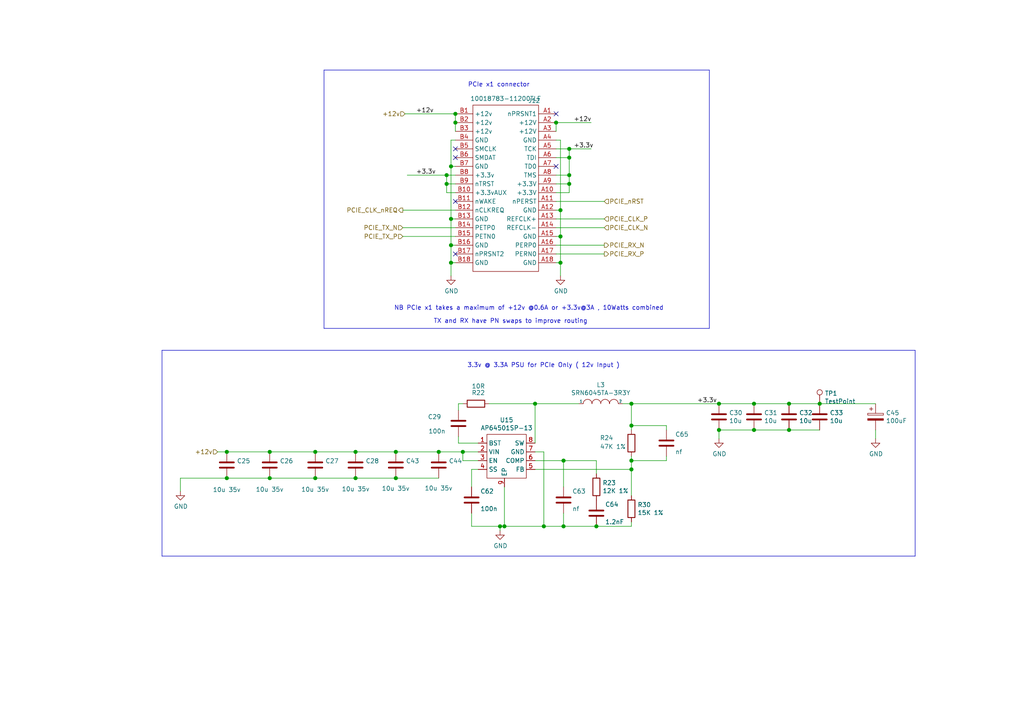
<source format=kicad_sch>
(kicad_sch (version 20211123) (generator eeschema)

  (uuid 133e4738-5308-4c8f-a278-ff3a4b573a42)

  (paper "A4")

  (title_block
    (title "Compute Module 4 IO Board - PCIe")
    (rev "1")
    (company "(c) Raspberry Pi Trading 2020")
    (comment 1 "www.raspberrypi.org")
  )

  (lib_symbols
    (symbol "CM4IO:AP64351" (in_bom yes) (on_board yes)
      (property "Reference" "U" (id 0) (at 0 8.89 0)
        (effects (font (size 1.27 1.27)))
      )
      (property "Value" "AP64351" (id 1) (at 1.27 6.35 0)
        (effects (font (size 1.27 1.27)))
      )
      (property "Footprint" "Package_SO:SOIC-8-1EP_3.9x4.9mm_P1.27mm_EP2.95x4.9mm_Mask2.71x3.4mm_ThermalVias" (id 2) (at 0 0 0)
        (effects (font (size 1.27 1.27)) hide)
      )
      (property "Datasheet" "" (id 3) (at 0 0 0)
        (effects (font (size 1.27 1.27)) hide)
      )
      (symbol "AP64351_0_1"
        (rectangle (start -5.08 5.08) (end 6.35 -7.62)
          (stroke (width 0) (type default) (color 0 0 0 0))
          (fill (type none))
        )
      )
      (symbol "AP64351_1_1"
        (pin passive line (at -7.62 2.54 0) (length 2.54)
          (name "BST" (effects (font (size 1.27 1.27))))
          (number "1" (effects (font (size 1.27 1.27))))
        )
        (pin power_in line (at -7.62 0 0) (length 2.54)
          (name "VIN" (effects (font (size 1.27 1.27))))
          (number "2" (effects (font (size 1.27 1.27))))
        )
        (pin input line (at -7.62 -2.54 0) (length 2.54)
          (name "EN" (effects (font (size 1.27 1.27))))
          (number "3" (effects (font (size 1.27 1.27))))
        )
        (pin input line (at -7.62 -5.08 0) (length 2.54)
          (name "SS" (effects (font (size 1.27 1.27))))
          (number "4" (effects (font (size 1.27 1.27))))
        )
        (pin input line (at 8.89 -5.08 180) (length 2.54)
          (name "FB" (effects (font (size 1.27 1.27))))
          (number "5" (effects (font (size 1.27 1.27))))
        )
        (pin input line (at 8.89 -2.54 180) (length 2.54)
          (name "COMP" (effects (font (size 1.27 1.27))))
          (number "6" (effects (font (size 1.27 1.27))))
        )
        (pin power_in line (at 8.89 0 180) (length 2.54)
          (name "GND" (effects (font (size 1.27 1.27))))
          (number "7" (effects (font (size 1.27 1.27))))
        )
        (pin output line (at 8.89 2.54 180) (length 2.54)
          (name "SW" (effects (font (size 1.27 1.27))))
          (number "8" (effects (font (size 1.27 1.27))))
        )
        (pin passive line (at 0 -10.16 90) (length 2.54)
          (name "EP" (effects (font (size 1.27 1.27))))
          (number "9" (effects (font (size 1.27 1.27))))
        )
      )
    )
    (symbol "CM4IO:PCIe-x1" (in_bom yes) (on_board yes)
      (property "Reference" "J" (id 0) (at -13.97 36.83 0)
        (effects (font (size 1.27 1.27)))
      )
      (property "Value" "PCIe-x1" (id 1) (at -5.08 -13.97 0)
        (effects (font (size 1.27 1.27)))
      )
      (property "Footprint" "" (id 2) (at 0 0 0)
        (effects (font (size 1.27 1.27)) hide)
      )
      (property "Datasheet" "" (id 3) (at 0 0 0)
        (effects (font (size 1.27 1.27)) hide)
      )
      (symbol "PCIe-x1_0_0"
        (pin passive line (at 10.16 33.02 180) (length 5.08)
          (name "nPRSNT1" (effects (font (size 1.27 1.27))))
          (number "A1" (effects (font (size 1.27 1.27))))
        )
        (pin power_in line (at 10.16 10.16 180) (length 5.08)
          (name "+3.3V" (effects (font (size 1.27 1.27))))
          (number "A10" (effects (font (size 1.27 1.27))))
        )
        (pin input line (at 10.16 7.62 180) (length 5.08)
          (name "nPERST" (effects (font (size 1.27 1.27))))
          (number "A11" (effects (font (size 1.27 1.27))))
        )
        (pin power_in line (at 10.16 5.08 180) (length 5.08)
          (name "GND" (effects (font (size 1.27 1.27))))
          (number "A12" (effects (font (size 1.27 1.27))))
        )
        (pin input line (at 10.16 2.54 180) (length 5.08)
          (name "REFCLK+" (effects (font (size 1.27 1.27))))
          (number "A13" (effects (font (size 1.27 1.27))))
        )
        (pin input line (at 10.16 0 180) (length 5.08)
          (name "REFCLK-" (effects (font (size 1.27 1.27))))
          (number "A14" (effects (font (size 1.27 1.27))))
        )
        (pin power_in line (at 10.16 -2.54 180) (length 5.08)
          (name "GND" (effects (font (size 1.27 1.27))))
          (number "A15" (effects (font (size 1.27 1.27))))
        )
        (pin output line (at 10.16 -5.08 180) (length 5.08)
          (name "PERP0" (effects (font (size 1.27 1.27))))
          (number "A16" (effects (font (size 1.27 1.27))))
        )
        (pin output line (at 10.16 -7.62 180) (length 5.08)
          (name "PERN0" (effects (font (size 1.27 1.27))))
          (number "A17" (effects (font (size 1.27 1.27))))
        )
        (pin power_in line (at 10.16 -10.16 180) (length 5.08)
          (name "GND" (effects (font (size 1.27 1.27))))
          (number "A18" (effects (font (size 1.27 1.27))))
        )
        (pin power_in line (at 10.16 30.48 180) (length 5.08)
          (name "+12V" (effects (font (size 1.27 1.27))))
          (number "A2" (effects (font (size 1.27 1.27))))
        )
        (pin power_in line (at 10.16 27.94 180) (length 5.08)
          (name "+12V" (effects (font (size 1.27 1.27))))
          (number "A3" (effects (font (size 1.27 1.27))))
        )
        (pin power_in line (at 10.16 25.4 180) (length 5.08)
          (name "GND" (effects (font (size 1.27 1.27))))
          (number "A4" (effects (font (size 1.27 1.27))))
        )
        (pin input line (at 10.16 22.86 180) (length 5.08)
          (name "TCK" (effects (font (size 1.27 1.27))))
          (number "A5" (effects (font (size 1.27 1.27))))
        )
        (pin input line (at 10.16 20.32 180) (length 5.08)
          (name "TDI" (effects (font (size 1.27 1.27))))
          (number "A6" (effects (font (size 1.27 1.27))))
        )
        (pin output line (at 10.16 17.78 180) (length 5.08)
          (name "TD0" (effects (font (size 1.27 1.27))))
          (number "A7" (effects (font (size 1.27 1.27))))
        )
        (pin input line (at 10.16 15.24 180) (length 5.08)
          (name "TMS" (effects (font (size 1.27 1.27))))
          (number "A8" (effects (font (size 1.27 1.27))))
        )
        (pin power_in line (at 10.16 12.7 180) (length 5.08)
          (name "+3.3V" (effects (font (size 1.27 1.27))))
          (number "A9" (effects (font (size 1.27 1.27))))
        )
        (pin power_in line (at -19.05 33.02 0) (length 5.08)
          (name "+12v" (effects (font (size 1.27 1.27))))
          (number "B1" (effects (font (size 1.27 1.27))))
        )
        (pin power_in line (at -19.05 10.16 0) (length 5.08)
          (name "+3.3vAUX" (effects (font (size 1.27 1.27))))
          (number "B10" (effects (font (size 1.27 1.27))))
        )
        (pin open_collector line (at -19.05 7.62 0) (length 5.08)
          (name "nWAKE" (effects (font (size 1.27 1.27))))
          (number "B11" (effects (font (size 1.27 1.27))))
        )
        (pin open_collector line (at -19.05 5.08 0) (length 5.08)
          (name "nCLKREQ" (effects (font (size 1.27 1.27))))
          (number "B12" (effects (font (size 1.27 1.27))))
        )
        (pin power_in line (at -19.05 2.54 0) (length 5.08)
          (name "GND" (effects (font (size 1.27 1.27))))
          (number "B13" (effects (font (size 1.27 1.27))))
        )
        (pin input line (at -19.05 0 0) (length 5.08)
          (name "PETP0" (effects (font (size 1.27 1.27))))
          (number "B14" (effects (font (size 1.27 1.27))))
        )
        (pin input line (at -19.05 -2.54 0) (length 5.08)
          (name "PETN0" (effects (font (size 1.27 1.27))))
          (number "B15" (effects (font (size 1.27 1.27))))
        )
        (pin power_in line (at -19.05 -5.08 0) (length 5.08)
          (name "GND" (effects (font (size 1.27 1.27))))
          (number "B16" (effects (font (size 1.27 1.27))))
        )
        (pin passive line (at -19.05 -7.62 0) (length 5.08)
          (name "nPRSNT2" (effects (font (size 1.27 1.27))))
          (number "B17" (effects (font (size 1.27 1.27))))
        )
        (pin power_in line (at -19.05 -10.16 0) (length 5.08)
          (name "GND" (effects (font (size 1.27 1.27))))
          (number "B18" (effects (font (size 1.27 1.27))))
        )
        (pin power_in line (at -19.05 30.48 0) (length 5.08)
          (name "+12v" (effects (font (size 1.27 1.27))))
          (number "B2" (effects (font (size 1.27 1.27))))
        )
        (pin power_in line (at -19.05 27.94 0) (length 5.08)
          (name "+12v" (effects (font (size 1.27 1.27))))
          (number "B3" (effects (font (size 1.27 1.27))))
        )
        (pin power_in line (at -19.05 25.4 0) (length 5.08)
          (name "GND" (effects (font (size 1.27 1.27))))
          (number "B4" (effects (font (size 1.27 1.27))))
        )
        (pin passive line (at -19.05 22.86 0) (length 5.08)
          (name "SMCLK" (effects (font (size 1.27 1.27))))
          (number "B5" (effects (font (size 1.27 1.27))))
        )
        (pin passive line (at -19.05 20.32 0) (length 5.08)
          (name "SMDAT" (effects (font (size 1.27 1.27))))
          (number "B6" (effects (font (size 1.27 1.27))))
        )
        (pin power_in line (at -19.05 17.78 0) (length 5.08)
          (name "GND" (effects (font (size 1.27 1.27))))
          (number "B7" (effects (font (size 1.27 1.27))))
        )
        (pin power_in line (at -19.05 15.24 0) (length 5.08)
          (name "+3.3v" (effects (font (size 1.27 1.27))))
          (number "B8" (effects (font (size 1.27 1.27))))
        )
        (pin input line (at -19.05 12.7 0) (length 5.08)
          (name "nTRST" (effects (font (size 1.27 1.27))))
          (number "B9" (effects (font (size 1.27 1.27))))
        )
      )
      (symbol "PCIe-x1_0_1"
        (rectangle (start -13.97 35.56) (end 5.08 -12.7)
          (stroke (width 0) (type default) (color 0 0 0 0))
          (fill (type none))
        )
      )
    )
    (symbol "Connector:TestPoint" (pin_numbers hide) (pin_names (offset 0.762) hide) (in_bom yes) (on_board yes)
      (property "Reference" "TP" (id 0) (at 0 6.858 0)
        (effects (font (size 1.27 1.27)))
      )
      (property "Value" "TestPoint" (id 1) (at 0 5.08 0)
        (effects (font (size 1.27 1.27)))
      )
      (property "Footprint" "" (id 2) (at 5.08 0 0)
        (effects (font (size 1.27 1.27)) hide)
      )
      (property "Datasheet" "~" (id 3) (at 5.08 0 0)
        (effects (font (size 1.27 1.27)) hide)
      )
      (property "ki_keywords" "test point tp" (id 4) (at 0 0 0)
        (effects (font (size 1.27 1.27)) hide)
      )
      (property "ki_description" "test point" (id 5) (at 0 0 0)
        (effects (font (size 1.27 1.27)) hide)
      )
      (property "ki_fp_filters" "Pin* Test*" (id 6) (at 0 0 0)
        (effects (font (size 1.27 1.27)) hide)
      )
      (symbol "TestPoint_0_1"
        (circle (center 0 3.302) (radius 0.762)
          (stroke (width 0) (type default) (color 0 0 0 0))
          (fill (type none))
        )
      )
      (symbol "TestPoint_1_1"
        (pin passive line (at 0 0 90) (length 2.54)
          (name "1" (effects (font (size 1.27 1.27))))
          (number "1" (effects (font (size 1.27 1.27))))
        )
      )
    )
    (symbol "Device:C" (pin_numbers hide) (pin_names (offset 0.254)) (in_bom yes) (on_board yes)
      (property "Reference" "C" (id 0) (at 0.635 2.54 0)
        (effects (font (size 1.27 1.27)) (justify left))
      )
      (property "Value" "C" (id 1) (at 0.635 -2.54 0)
        (effects (font (size 1.27 1.27)) (justify left))
      )
      (property "Footprint" "" (id 2) (at 0.9652 -3.81 0)
        (effects (font (size 1.27 1.27)) hide)
      )
      (property "Datasheet" "~" (id 3) (at 0 0 0)
        (effects (font (size 1.27 1.27)) hide)
      )
      (property "ki_keywords" "cap capacitor" (id 4) (at 0 0 0)
        (effects (font (size 1.27 1.27)) hide)
      )
      (property "ki_description" "Unpolarized capacitor" (id 5) (at 0 0 0)
        (effects (font (size 1.27 1.27)) hide)
      )
      (property "ki_fp_filters" "C_*" (id 6) (at 0 0 0)
        (effects (font (size 1.27 1.27)) hide)
      )
      (symbol "C_0_1"
        (polyline
          (pts
            (xy -2.032 -0.762)
            (xy 2.032 -0.762)
          )
          (stroke (width 0.508) (type default) (color 0 0 0 0))
          (fill (type none))
        )
        (polyline
          (pts
            (xy -2.032 0.762)
            (xy 2.032 0.762)
          )
          (stroke (width 0.508) (type default) (color 0 0 0 0))
          (fill (type none))
        )
      )
      (symbol "C_1_1"
        (pin passive line (at 0 3.81 270) (length 2.794)
          (name "~" (effects (font (size 1.27 1.27))))
          (number "1" (effects (font (size 1.27 1.27))))
        )
        (pin passive line (at 0 -3.81 90) (length 2.794)
          (name "~" (effects (font (size 1.27 1.27))))
          (number "2" (effects (font (size 1.27 1.27))))
        )
      )
    )
    (symbol "Device:CP" (pin_numbers hide) (pin_names (offset 0.254)) (in_bom yes) (on_board yes)
      (property "Reference" "C" (id 0) (at 0.635 2.54 0)
        (effects (font (size 1.27 1.27)) (justify left))
      )
      (property "Value" "CP" (id 1) (at 0.635 -2.54 0)
        (effects (font (size 1.27 1.27)) (justify left))
      )
      (property "Footprint" "" (id 2) (at 0.9652 -3.81 0)
        (effects (font (size 1.27 1.27)) hide)
      )
      (property "Datasheet" "~" (id 3) (at 0 0 0)
        (effects (font (size 1.27 1.27)) hide)
      )
      (property "ki_keywords" "cap capacitor" (id 4) (at 0 0 0)
        (effects (font (size 1.27 1.27)) hide)
      )
      (property "ki_description" "Polarized capacitor" (id 5) (at 0 0 0)
        (effects (font (size 1.27 1.27)) hide)
      )
      (property "ki_fp_filters" "CP_*" (id 6) (at 0 0 0)
        (effects (font (size 1.27 1.27)) hide)
      )
      (symbol "CP_0_1"
        (rectangle (start -2.286 0.508) (end 2.286 1.016)
          (stroke (width 0) (type default) (color 0 0 0 0))
          (fill (type none))
        )
        (polyline
          (pts
            (xy -1.778 2.286)
            (xy -0.762 2.286)
          )
          (stroke (width 0) (type default) (color 0 0 0 0))
          (fill (type none))
        )
        (polyline
          (pts
            (xy -1.27 2.794)
            (xy -1.27 1.778)
          )
          (stroke (width 0) (type default) (color 0 0 0 0))
          (fill (type none))
        )
        (rectangle (start 2.286 -0.508) (end -2.286 -1.016)
          (stroke (width 0) (type default) (color 0 0 0 0))
          (fill (type outline))
        )
      )
      (symbol "CP_1_1"
        (pin passive line (at 0 3.81 270) (length 2.794)
          (name "~" (effects (font (size 1.27 1.27))))
          (number "1" (effects (font (size 1.27 1.27))))
        )
        (pin passive line (at 0 -3.81 90) (length 2.794)
          (name "~" (effects (font (size 1.27 1.27))))
          (number "2" (effects (font (size 1.27 1.27))))
        )
      )
    )
    (symbol "Device:R" (pin_numbers hide) (pin_names (offset 0)) (in_bom yes) (on_board yes)
      (property "Reference" "R" (id 0) (at 2.032 0 90)
        (effects (font (size 1.27 1.27)))
      )
      (property "Value" "R" (id 1) (at 0 0 90)
        (effects (font (size 1.27 1.27)))
      )
      (property "Footprint" "" (id 2) (at -1.778 0 90)
        (effects (font (size 1.27 1.27)) hide)
      )
      (property "Datasheet" "~" (id 3) (at 0 0 0)
        (effects (font (size 1.27 1.27)) hide)
      )
      (property "ki_keywords" "R res resistor" (id 4) (at 0 0 0)
        (effects (font (size 1.27 1.27)) hide)
      )
      (property "ki_description" "Resistor" (id 5) (at 0 0 0)
        (effects (font (size 1.27 1.27)) hide)
      )
      (property "ki_fp_filters" "R_*" (id 6) (at 0 0 0)
        (effects (font (size 1.27 1.27)) hide)
      )
      (symbol "R_0_1"
        (rectangle (start -1.016 -2.54) (end 1.016 2.54)
          (stroke (width 0.254) (type default) (color 0 0 0 0))
          (fill (type none))
        )
      )
      (symbol "R_1_1"
        (pin passive line (at 0 3.81 270) (length 1.27)
          (name "~" (effects (font (size 1.27 1.27))))
          (number "1" (effects (font (size 1.27 1.27))))
        )
        (pin passive line (at 0 -3.81 90) (length 1.27)
          (name "~" (effects (font (size 1.27 1.27))))
          (number "2" (effects (font (size 1.27 1.27))))
        )
      )
    )
    (symbol "power:GND" (power) (pin_names (offset 0)) (in_bom yes) (on_board yes)
      (property "Reference" "#PWR" (id 0) (at 0 -6.35 0)
        (effects (font (size 1.27 1.27)) hide)
      )
      (property "Value" "GND" (id 1) (at 0 -3.81 0)
        (effects (font (size 1.27 1.27)))
      )
      (property "Footprint" "" (id 2) (at 0 0 0)
        (effects (font (size 1.27 1.27)) hide)
      )
      (property "Datasheet" "" (id 3) (at 0 0 0)
        (effects (font (size 1.27 1.27)) hide)
      )
      (property "ki_keywords" "power-flag" (id 4) (at 0 0 0)
        (effects (font (size 1.27 1.27)) hide)
      )
      (property "ki_description" "Power symbol creates a global label with name \"GND\" , ground" (id 5) (at 0 0 0)
        (effects (font (size 1.27 1.27)) hide)
      )
      (symbol "GND_0_1"
        (polyline
          (pts
            (xy 0 0)
            (xy 0 -1.27)
            (xy 1.27 -1.27)
            (xy 0 -2.54)
            (xy -1.27 -1.27)
            (xy 0 -1.27)
          )
          (stroke (width 0) (type default) (color 0 0 0 0))
          (fill (type none))
        )
      )
      (symbol "GND_1_1"
        (pin power_in line (at 0 0 270) (length 0) hide
          (name "GND" (effects (font (size 1.27 1.27))))
          (number "1" (effects (font (size 1.27 1.27))))
        )
      )
    )
    (symbol "pspice:INDUCTOR" (pin_numbers hide) (pin_names (offset 0)) (in_bom yes) (on_board yes)
      (property "Reference" "L" (id 0) (at 0 2.54 0)
        (effects (font (size 1.27 1.27)))
      )
      (property "Value" "INDUCTOR" (id 1) (at 0 -1.27 0)
        (effects (font (size 1.27 1.27)))
      )
      (property "Footprint" "" (id 2) (at 0 0 0)
        (effects (font (size 1.27 1.27)) hide)
      )
      (property "Datasheet" "~" (id 3) (at 0 0 0)
        (effects (font (size 1.27 1.27)) hide)
      )
      (property "ki_keywords" "simulation" (id 4) (at 0 0 0)
        (effects (font (size 1.27 1.27)) hide)
      )
      (property "ki_description" "Inductor symbol for simulation only" (id 5) (at 0 0 0)
        (effects (font (size 1.27 1.27)) hide)
      )
      (symbol "INDUCTOR_0_1"
        (arc (start -2.54 0) (mid -3.81 1.27) (end -5.08 0)
          (stroke (width 0) (type default) (color 0 0 0 0))
          (fill (type none))
        )
        (arc (start 0 0) (mid -1.27 1.27) (end -2.54 0)
          (stroke (width 0) (type default) (color 0 0 0 0))
          (fill (type none))
        )
        (arc (start 2.54 0) (mid 1.27 1.27) (end 0 0)
          (stroke (width 0) (type default) (color 0 0 0 0))
          (fill (type none))
        )
        (arc (start 5.08 0) (mid 3.81 1.27) (end 2.54 0)
          (stroke (width 0) (type default) (color 0 0 0 0))
          (fill (type none))
        )
      )
      (symbol "INDUCTOR_1_1"
        (pin input line (at -6.35 0 0) (length 1.27)
          (name "1" (effects (font (size 0.762 0.762))))
          (number "1" (effects (font (size 0.762 0.762))))
        )
        (pin input line (at 6.35 0 180) (length 1.27)
          (name "2" (effects (font (size 0.762 0.762))))
          (number "2" (effects (font (size 0.762 0.762))))
        )
      )
    )
  )

  (junction (at 134.239 131.064) (diameter 1.016) (color 0 0 0 0)
    (uuid 0fe1f74e-4cc8-412d-b8bc-832159a1ad3e)
  )
  (junction (at 127.254 131.064) (diameter 1.016) (color 0 0 0 0)
    (uuid 15b3207d-6547-4224-a45d-823705a30761)
  )
  (junction (at 165.1 50.8) (diameter 1.016) (color 0 0 0 0)
    (uuid 19b27451-36d1-4db8-a770-a2f4704d803b)
  )
  (junction (at 130.81 71.12) (diameter 1.016) (color 0 0 0 0)
    (uuid 2223eeb5-aa83-44a0-a53a-f71aacabab9c)
  )
  (junction (at 132.08 33.02) (diameter 1.016) (color 0 0 0 0)
    (uuid 2498638f-f5bc-47e0-a9d3-49191018a41a)
  )
  (junction (at 91.44 138.684) (diameter 1.016) (color 0 0 0 0)
    (uuid 279cd597-6735-4af4-af86-33cfd2693447)
  )
  (junction (at 165.1 43.18) (diameter 1.016) (color 0 0 0 0)
    (uuid 2d950027-8eed-46d2-abb8-2762744219c2)
  )
  (junction (at 91.44 131.064) (diameter 1.016) (color 0 0 0 0)
    (uuid 2e955124-6939-410c-81be-086896fd0cd7)
  )
  (junction (at 130.81 76.2) (diameter 1.016) (color 0 0 0 0)
    (uuid 2f1a67f5-44b6-4eb7-b122-776c3e081dbc)
  )
  (junction (at 114.808 138.684) (diameter 1.016) (color 0 0 0 0)
    (uuid 314fcc6b-e3a4-4081-8c91-6170b707f3b4)
  )
  (junction (at 78.232 131.064) (diameter 1.016) (color 0 0 0 0)
    (uuid 38f1f681-d503-49fe-ab87-4225bebb7b32)
  )
  (junction (at 183.134 123.444) (diameter 1.016) (color 0 0 0 0)
    (uuid 3a04ac0e-2ee8-4210-b45b-490cd2425450)
  )
  (junction (at 162.56 76.2) (diameter 1.016) (color 0 0 0 0)
    (uuid 43d1f199-f4ee-4683-993f-3ccce3985416)
  )
  (junction (at 218.694 124.714) (diameter 1.016) (color 0 0 0 0)
    (uuid 4e647fa9-4baf-493a-891e-373b7bb90db1)
  )
  (junction (at 228.854 117.094) (diameter 1.016) (color 0 0 0 0)
    (uuid 4ea989fb-9cda-4210-89d1-fe153727e40c)
  )
  (junction (at 132.08 35.56) (diameter 1.016) (color 0 0 0 0)
    (uuid 5199ad7b-ab84-4971-9df3-53270a0a37ba)
  )
  (junction (at 157.734 152.654) (diameter 1.016) (color 0 0 0 0)
    (uuid 578b9c3f-045a-4830-a037-9fe8cd94bc66)
  )
  (junction (at 114.808 131.064) (diameter 1.016) (color 0 0 0 0)
    (uuid 5daca09e-60a3-4181-a1f0-19c5300b582a)
  )
  (junction (at 165.1 53.34) (diameter 1.016) (color 0 0 0 0)
    (uuid 61e76907-90d9-4f86-b582-ad651e60aa0c)
  )
  (junction (at 218.694 117.094) (diameter 1.016) (color 0 0 0 0)
    (uuid 6eaf44a5-2bb8-4e84-ae85-e082a57042dd)
  )
  (junction (at 155.194 117.094) (diameter 1.016) (color 0 0 0 0)
    (uuid 6fc49b93-842f-4814-8ca6-1e11c16fa8fa)
  )
  (junction (at 162.56 60.96) (diameter 1.016) (color 0 0 0 0)
    (uuid 7915db52-1f07-44c7-b796-c7fc1aca7b67)
  )
  (junction (at 103.124 131.064) (diameter 1.016) (color 0 0 0 0)
    (uuid 7c2c7978-0926-492c-8e3d-93ac33c3f226)
  )
  (junction (at 129.54 53.34) (diameter 1.016) (color 0 0 0 0)
    (uuid 899f4c1a-985b-472e-a9b0-465d356ef34c)
  )
  (junction (at 146.304 152.654) (diameter 1.016) (color 0 0 0 0)
    (uuid 97db2584-9d07-47ab-a55c-f2cbce602789)
  )
  (junction (at 183.134 117.094) (diameter 1.016) (color 0 0 0 0)
    (uuid a2c9cbc7-7eac-476f-b409-1772289f1cc4)
  )
  (junction (at 65.786 138.684) (diameter 1.016) (color 0 0 0 0)
    (uuid ae113a97-dd90-42bf-96ea-bb92e7431ac6)
  )
  (junction (at 78.232 138.684) (diameter 1.016) (color 0 0 0 0)
    (uuid b39d7b4a-582f-449b-82fa-4a80df318fb1)
  )
  (junction (at 172.974 152.654) (diameter 1.016) (color 0 0 0 0)
    (uuid b48e1e47-217a-4f46-9867-a25c61e99a99)
  )
  (junction (at 208.534 124.714) (diameter 1.016) (color 0 0 0 0)
    (uuid b9f78253-7769-4896-9d90-a085649a16bc)
  )
  (junction (at 237.744 117.094) (diameter 1.016) (color 0 0 0 0)
    (uuid c0eb397c-0f0a-48f2-a4a7-a39c38857565)
  )
  (junction (at 183.134 136.144) (diameter 1.016) (color 0 0 0 0)
    (uuid c256589d-83d1-4f06-a2eb-b3eee59a3f04)
  )
  (junction (at 165.1 45.72) (diameter 1.016) (color 0 0 0 0)
    (uuid c6765903-bc36-44e7-9cb8-22f731f64003)
  )
  (junction (at 161.29 35.56) (diameter 1.016) (color 0 0 0 0)
    (uuid cad3b6e3-3bb4-4763-abef-63fde40972bf)
  )
  (junction (at 130.81 48.26) (diameter 1.016) (color 0 0 0 0)
    (uuid ce1420d2-2748-4ed6-89ac-721f9b8252dd)
  )
  (junction (at 183.134 133.604) (diameter 1.016) (color 0 0 0 0)
    (uuid cf7be387-da08-4d97-a3e9-4ac4123d2c0a)
  )
  (junction (at 145.034 152.654) (diameter 1.016) (color 0 0 0 0)
    (uuid d2d5f057-3d3f-4824-ba53-bea972f61938)
  )
  (junction (at 162.56 68.58) (diameter 1.016) (color 0 0 0 0)
    (uuid d93d269d-5381-4718-9ad0-eea6c95f2fda)
  )
  (junction (at 163.449 152.654) (diameter 1.016) (color 0 0 0 0)
    (uuid dca3b52c-6cfb-46fe-8a89-560fb218906c)
  )
  (junction (at 163.449 133.604) (diameter 1.016) (color 0 0 0 0)
    (uuid e239469c-9034-4436-88b6-92607b1872a3)
  )
  (junction (at 65.786 131.064) (diameter 1.016) (color 0 0 0 0)
    (uuid e65c2eb9-e95a-44ea-ab2b-9e65a76fb5f9)
  )
  (junction (at 129.54 50.8) (diameter 1.016) (color 0 0 0 0)
    (uuid e8be39d5-6d33-44d1-b22d-658056cfaa92)
  )
  (junction (at 208.534 117.094) (diameter 1.016) (color 0 0 0 0)
    (uuid ea6915c8-6017-425c-9a4e-41c153c8dabe)
  )
  (junction (at 103.124 138.684) (diameter 1.016) (color 0 0 0 0)
    (uuid ea84d6c1-7995-47e1-9817-9e2e1b9b4529)
  )
  (junction (at 130.81 63.5) (diameter 1.016) (color 0 0 0 0)
    (uuid f35f3ca6-627a-459d-ac6f-93bc55931ba4)
  )
  (junction (at 228.854 124.714) (diameter 1.016) (color 0 0 0 0)
    (uuid f64aa569-ea55-4736-9c96-3bfc2b30ccbd)
  )

  (no_connect (at 132.08 73.66) (uuid 0ea92114-4add-4ede-abc4-5938831a4fe1))
  (no_connect (at 161.29 48.26) (uuid 1d4ec9d6-b4f1-4935-a655-c469bc01feb9))
  (no_connect (at 132.08 45.72) (uuid 4cfa277c-b6f4-4575-8b74-ea83242e8813))
  (no_connect (at 161.29 33.02) (uuid 8cd8d6bd-0601-49fc-9009-a437af9b27c1))
  (no_connect (at 132.08 43.18) (uuid f157df02-fcb0-4ae7-85ca-bfc4444eda90))
  (no_connect (at 132.08 58.42) (uuid f3dab665-64fc-433e-8a62-3743b891ab83))

  (wire (pts (xy 183.134 117.094) (xy 183.134 123.444))
    (stroke (width 0) (type solid) (color 0 0 0 0))
    (uuid 01f83146-4808-4dce-868e-509173e2f2d2)
  )
  (wire (pts (xy 161.29 45.72) (xy 165.1 45.72))
    (stroke (width 0) (type solid) (color 0 0 0 0))
    (uuid 02c7928f-d09e-4c42-87ef-b558687617a0)
  )
  (wire (pts (xy 132.08 40.64) (xy 130.81 40.64))
    (stroke (width 0) (type solid) (color 0 0 0 0))
    (uuid 0862a9b0-7459-4a5b-8ff5-5feddf0d18fe)
  )
  (polyline (pts (xy 93.98 95.25) (xy 93.98 20.32))
    (stroke (width 0) (type solid) (color 0 0 0 0))
    (uuid 09446760-860d-46e4-a2cb-b4efb2197664)
  )

  (wire (pts (xy 155.194 117.094) (xy 155.194 128.524))
    (stroke (width 0) (type solid) (color 0 0 0 0))
    (uuid 0aed48c5-a79a-4a41-bde0-89e9736637c1)
  )
  (wire (pts (xy 134.239 133.604) (xy 138.684 133.604))
    (stroke (width 0) (type solid) (color 0 0 0 0))
    (uuid 0bedad37-3e3c-4266-b4c1-07c7e3d0463e)
  )
  (wire (pts (xy 180.594 117.094) (xy 183.134 117.094))
    (stroke (width 0) (type solid) (color 0 0 0 0))
    (uuid 0c7dd312-a329-45c9-b655-54816fe7a0d8)
  )
  (wire (pts (xy 183.134 133.604) (xy 193.294 133.604))
    (stroke (width 0) (type solid) (color 0 0 0 0))
    (uuid 0ddd913a-01fd-481e-b154-5f1b5423e9cd)
  )
  (wire (pts (xy 118.11 50.8) (xy 129.54 50.8))
    (stroke (width 0) (type solid) (color 0 0 0 0))
    (uuid 0e4017fd-02b7-4b3e-b764-397cfccac2d2)
  )
  (wire (pts (xy 163.449 148.844) (xy 163.449 152.654))
    (stroke (width 0) (type solid) (color 0 0 0 0))
    (uuid 0e6865fe-4e04-44c2-874d-f26c6b58e9dd)
  )
  (wire (pts (xy 157.734 152.654) (xy 163.449 152.654))
    (stroke (width 0) (type solid) (color 0 0 0 0))
    (uuid 1292b9fb-45f9-4291-9d3e-a52497cdea91)
  )
  (wire (pts (xy 134.239 131.064) (xy 134.239 133.604))
    (stroke (width 0) (type solid) (color 0 0 0 0))
    (uuid 146b4319-9474-44ef-b1d5-69dbae1dd3b4)
  )
  (wire (pts (xy 145.034 153.924) (xy 145.034 152.654))
    (stroke (width 0) (type solid) (color 0 0 0 0))
    (uuid 1a15fd52-148b-4d62-9349-832a33a996d2)
  )
  (polyline (pts (xy 205.74 20.32) (xy 205.74 95.25))
    (stroke (width 0) (type solid) (color 0 0 0 0))
    (uuid 1e6b4bb3-3eca-4d8f-9fee-303ed579a46d)
  )

  (wire (pts (xy 65.786 131.064) (xy 78.232 131.064))
    (stroke (width 0) (type solid) (color 0 0 0 0))
    (uuid 206ace7c-6dae-4c64-b30f-758119e57387)
  )
  (wire (pts (xy 146.304 152.654) (xy 157.734 152.654))
    (stroke (width 0) (type solid) (color 0 0 0 0))
    (uuid 21fe1bc1-d1c8-4902-93fe-7cb124f6bf69)
  )
  (wire (pts (xy 146.304 141.224) (xy 146.304 152.654))
    (stroke (width 0) (type solid) (color 0 0 0 0))
    (uuid 231482ff-1119-4860-be3c-5d6a4f33d8bb)
  )
  (wire (pts (xy 155.194 133.604) (xy 163.449 133.604))
    (stroke (width 0) (type solid) (color 0 0 0 0))
    (uuid 2367e08a-8f8d-4bc0-b6ce-e2a4cddd902f)
  )
  (wire (pts (xy 138.684 136.144) (xy 136.779 136.144))
    (stroke (width 0) (type solid) (color 0 0 0 0))
    (uuid 239e2fad-43c2-4c5d-b01d-958b74c9d73b)
  )
  (wire (pts (xy 132.08 48.26) (xy 130.81 48.26))
    (stroke (width 0) (type solid) (color 0 0 0 0))
    (uuid 2c73e00f-5d35-4d88-becf-fdafa0c411c7)
  )
  (wire (pts (xy 162.56 60.96) (xy 162.56 68.58))
    (stroke (width 0) (type solid) (color 0 0 0 0))
    (uuid 2dc6e2fb-c613-4b10-8cd4-8c427cd8b3b9)
  )
  (wire (pts (xy 161.29 66.04) (xy 175.26 66.04))
    (stroke (width 0) (type solid) (color 0 0 0 0))
    (uuid 2e4cda97-bc29-413c-9d0e-c7b888cdcecd)
  )
  (wire (pts (xy 172.974 137.414) (xy 172.974 133.604))
    (stroke (width 0) (type solid) (color 0 0 0 0))
    (uuid 2e8f0d38-d9a4-4756-b73d-115434410a2d)
  )
  (wire (pts (xy 218.694 117.094) (xy 228.854 117.094))
    (stroke (width 0) (type solid) (color 0 0 0 0))
    (uuid 306ffac2-e971-4e23-bc08-cf0f4dfd52da)
  )
  (wire (pts (xy 103.124 131.064) (xy 114.808 131.064))
    (stroke (width 0) (type solid) (color 0 0 0 0))
    (uuid 31e8e591-b069-4d14-81fb-1e93e03fe645)
  )
  (wire (pts (xy 208.534 117.094) (xy 218.694 117.094))
    (stroke (width 0) (type solid) (color 0 0 0 0))
    (uuid 3234a86c-96a3-4c56-805c-943fb18854fb)
  )
  (wire (pts (xy 161.29 68.58) (xy 162.56 68.58))
    (stroke (width 0) (type solid) (color 0 0 0 0))
    (uuid 327c7a09-4eab-4720-836f-192dc5a1409c)
  )
  (wire (pts (xy 117.475 33.02) (xy 132.08 33.02))
    (stroke (width 0) (type solid) (color 0 0 0 0))
    (uuid 34937f78-0cd7-450b-8935-ad6822032278)
  )
  (wire (pts (xy 228.854 124.714) (xy 218.694 124.714))
    (stroke (width 0) (type solid) (color 0 0 0 0))
    (uuid 375f294e-3277-4ea1-8dfb-a816af1d5545)
  )
  (wire (pts (xy 145.034 152.654) (xy 146.304 152.654))
    (stroke (width 0) (type solid) (color 0 0 0 0))
    (uuid 38cc4717-2b78-451d-a8e8-c30858d9cd68)
  )
  (wire (pts (xy 134.239 131.064) (xy 138.684 131.064))
    (stroke (width 0) (type solid) (color 0 0 0 0))
    (uuid 39e0f00a-b805-421f-8ed9-5c24ef6aaebe)
  )
  (wire (pts (xy 132.08 71.12) (xy 130.81 71.12))
    (stroke (width 0) (type solid) (color 0 0 0 0))
    (uuid 3db2b854-567f-4631-b764-bc8442698c9a)
  )
  (wire (pts (xy 78.232 131.064) (xy 91.44 131.064))
    (stroke (width 0) (type solid) (color 0 0 0 0))
    (uuid 407396c7-a5e2-4ecf-b616-5f9c7dafa52b)
  )
  (wire (pts (xy 162.56 76.2) (xy 161.29 76.2))
    (stroke (width 0) (type solid) (color 0 0 0 0))
    (uuid 42198247-7404-4437-9b4d-7a47b904f11e)
  )
  (wire (pts (xy 161.29 43.18) (xy 165.1 43.18))
    (stroke (width 0) (type solid) (color 0 0 0 0))
    (uuid 4373f5d0-1e9d-489b-aa26-9288beeb8cb3)
  )
  (wire (pts (xy 136.779 136.144) (xy 136.779 141.224))
    (stroke (width 0) (type solid) (color 0 0 0 0))
    (uuid 45108c5b-3874-4f53-b99e-7b06655c64f6)
  )
  (wire (pts (xy 130.81 48.26) (xy 130.81 63.5))
    (stroke (width 0) (type solid) (color 0 0 0 0))
    (uuid 4669b17e-5fae-4b5d-94be-7208bcd71fb5)
  )
  (wire (pts (xy 161.29 35.56) (xy 171.45 35.56))
    (stroke (width 0) (type solid) (color 0 0 0 0))
    (uuid 485ee4d3-27de-4a80-88eb-91e13dbef2a5)
  )
  (wire (pts (xy 127.254 131.064) (xy 134.239 131.064))
    (stroke (width 0) (type solid) (color 0 0 0 0))
    (uuid 52ee041e-391d-486f-9b84-abdb5d15db1c)
  )
  (wire (pts (xy 103.124 138.684) (xy 114.808 138.684))
    (stroke (width 0) (type solid) (color 0 0 0 0))
    (uuid 564f1f04-6ff3-46a0-97e8-50ef7acc139d)
  )
  (wire (pts (xy 165.1 55.88) (xy 165.1 53.34))
    (stroke (width 0) (type solid) (color 0 0 0 0))
    (uuid 572def52-9267-40af-9e6d-1bcf66b96a05)
  )
  (wire (pts (xy 91.44 131.064) (xy 103.124 131.064))
    (stroke (width 0) (type solid) (color 0 0 0 0))
    (uuid 58b8f6af-04ea-4eb0-addd-d814725f2fe4)
  )
  (wire (pts (xy 114.808 131.064) (xy 127.254 131.064))
    (stroke (width 0) (type solid) (color 0 0 0 0))
    (uuid 5939629d-2bb5-4863-83b9-27abfaf3eac4)
  )
  (wire (pts (xy 130.81 76.2) (xy 130.81 80.01))
    (stroke (width 0) (type solid) (color 0 0 0 0))
    (uuid 5a8f98be-3861-4e9a-bd06-b6217ad585d8)
  )
  (wire (pts (xy 163.449 152.654) (xy 172.974 152.654))
    (stroke (width 0) (type solid) (color 0 0 0 0))
    (uuid 5d1de36e-0591-465f-a55e-a456bc8d900f)
  )
  (wire (pts (xy 237.744 124.714) (xy 228.854 124.714))
    (stroke (width 0) (type solid) (color 0 0 0 0))
    (uuid 5d503fda-9a47-407e-8971-e2fb41c46bdb)
  )
  (wire (pts (xy 52.324 138.684) (xy 52.324 142.494))
    (stroke (width 0) (type solid) (color 0 0 0 0))
    (uuid 62faf466-a5e1-4997-954a-e3f3f47e0a99)
  )
  (wire (pts (xy 91.44 138.684) (xy 103.124 138.684))
    (stroke (width 0) (type solid) (color 0 0 0 0))
    (uuid 633a5fce-b259-449f-9fbe-80229fc70017)
  )
  (wire (pts (xy 129.54 55.88) (xy 132.08 55.88))
    (stroke (width 0) (type solid) (color 0 0 0 0))
    (uuid 6388b06e-af5c-405f-b16c-ee4225810f35)
  )
  (wire (pts (xy 65.786 138.684) (xy 78.232 138.684))
    (stroke (width 0) (type solid) (color 0 0 0 0))
    (uuid 64272f01-95d4-4c13-ba7c-3f30a36f0035)
  )
  (polyline (pts (xy 205.74 95.25) (xy 93.98 95.25))
    (stroke (width 0) (type solid) (color 0 0 0 0))
    (uuid 6489fbbd-1bc4-4ea3-ab88-9e537d0c503b)
  )
  (polyline (pts (xy 265.43 101.6) (xy 265.43 161.29))
    (stroke (width 0) (type solid) (color 0 0 0 0))
    (uuid 65a8b55e-a85b-43de-a7c0-277e3d0e143e)
  )

  (wire (pts (xy 162.56 68.58) (xy 162.56 76.2))
    (stroke (width 0) (type solid) (color 0 0 0 0))
    (uuid 68b1cfb0-f603-4a17-a333-c498c12b2e4f)
  )
  (wire (pts (xy 183.134 123.444) (xy 183.134 124.714))
    (stroke (width 0) (type solid) (color 0 0 0 0))
    (uuid 68d5716c-39ed-4b45-ac19-32a5be0d9a55)
  )
  (wire (pts (xy 163.449 133.604) (xy 163.449 141.224))
    (stroke (width 0) (type solid) (color 0 0 0 0))
    (uuid 6a8b8413-8e59-4e68-a535-8f5e8b45f9c3)
  )
  (wire (pts (xy 161.29 60.96) (xy 162.56 60.96))
    (stroke (width 0) (type solid) (color 0 0 0 0))
    (uuid 6c1bd5d9-fec6-47a5-aae3-ae852ddca055)
  )
  (wire (pts (xy 132.08 63.5) (xy 130.81 63.5))
    (stroke (width 0) (type solid) (color 0 0 0 0))
    (uuid 6cd7c58d-b03d-4db3-ab50-a7d7e7c1e928)
  )
  (wire (pts (xy 165.1 45.72) (xy 165.1 50.8))
    (stroke (width 0) (type solid) (color 0 0 0 0))
    (uuid 6e9efc33-f983-4f3b-8a53-1b607511aaf7)
  )
  (wire (pts (xy 141.859 117.094) (xy 155.194 117.094))
    (stroke (width 0) (type solid) (color 0 0 0 0))
    (uuid 72941de6-4056-41a3-be67-7819992eeaa3)
  )
  (wire (pts (xy 183.134 133.604) (xy 183.134 136.144))
    (stroke (width 0) (type solid) (color 0 0 0 0))
    (uuid 739b591f-ee89-4e4b-a089-6321966edc77)
  )
  (wire (pts (xy 253.9492 124.714) (xy 253.9492 127.254))
    (stroke (width 0) (type solid) (color 0 0 0 0))
    (uuid 7451c90d-0ac1-4167-b535-6d5bd1a11100)
  )
  (wire (pts (xy 132.969 126.619) (xy 132.969 128.524))
    (stroke (width 0) (type solid) (color 0 0 0 0))
    (uuid 75640a86-c7da-4929-8b77-923b3c6bee6b)
  )
  (polyline (pts (xy 265.43 161.29) (xy 46.99 161.29))
    (stroke (width 0) (type solid) (color 0 0 0 0))
    (uuid 75ba5b33-e060-4096-9e03-9e491baa032d)
  )

  (wire (pts (xy 129.54 50.8) (xy 132.08 50.8))
    (stroke (width 0) (type solid) (color 0 0 0 0))
    (uuid 769ea560-2289-4ed4-9a90-b0dea97e737b)
  )
  (polyline (pts (xy 46.99 101.6) (xy 265.43 101.6))
    (stroke (width 0) (type solid) (color 0 0 0 0))
    (uuid 77257261-5047-4726-8bb9-c51a3d9690d5)
  )

  (wire (pts (xy 63.119 131.064) (xy 65.786 131.064))
    (stroke (width 0) (type solid) (color 0 0 0 0))
    (uuid 791f08b2-190f-425b-84e1-3aec99a46611)
  )
  (wire (pts (xy 157.734 131.064) (xy 157.734 152.654))
    (stroke (width 0) (type solid) (color 0 0 0 0))
    (uuid 7ae39c29-5978-4de8-b0d8-d1c366a90b03)
  )
  (wire (pts (xy 52.324 138.684) (xy 65.786 138.684))
    (stroke (width 0) (type solid) (color 0 0 0 0))
    (uuid 7afec855-ed33-4dd1-8a74-3d2203c81740)
  )
  (wire (pts (xy 161.29 50.8) (xy 165.1 50.8))
    (stroke (width 0) (type solid) (color 0 0 0 0))
    (uuid 7b52fe8c-70c2-40ad-a3fc-6605c636d0aa)
  )
  (wire (pts (xy 161.29 58.42) (xy 175.26 58.42))
    (stroke (width 0) (type solid) (color 0 0 0 0))
    (uuid 7c2084e9-3b2e-4e85-bb04-4d1893a867c2)
  )
  (wire (pts (xy 155.194 136.144) (xy 183.134 136.144))
    (stroke (width 0) (type solid) (color 0 0 0 0))
    (uuid 7ddf1699-d6ad-4845-a07e-3473cde5e6f7)
  )
  (wire (pts (xy 132.969 128.524) (xy 138.684 128.524))
    (stroke (width 0) (type solid) (color 0 0 0 0))
    (uuid 7ff53ce7-3b96-4229-89d1-8f8a87153527)
  )
  (wire (pts (xy 114.808 138.684) (xy 127.254 138.684))
    (stroke (width 0) (type solid) (color 0 0 0 0))
    (uuid 814df96b-3bb6-4126-aa8c-e8b33dded25a)
  )
  (wire (pts (xy 155.194 117.094) (xy 167.894 117.094))
    (stroke (width 0) (type solid) (color 0 0 0 0))
    (uuid 81b5884f-0b53-4d9c-bd56-68349a70cfdc)
  )
  (wire (pts (xy 228.854 117.094) (xy 237.744 117.094))
    (stroke (width 0) (type solid) (color 0 0 0 0))
    (uuid 84d4acf2-95da-4bde-aaf9-948b78559314)
  )
  (wire (pts (xy 183.134 132.334) (xy 183.134 133.604))
    (stroke (width 0) (type solid) (color 0 0 0 0))
    (uuid 8642366e-14d5-4a4a-acc5-de8c0e7dc7d5)
  )
  (wire (pts (xy 161.29 38.1) (xy 161.29 35.56))
    (stroke (width 0) (type solid) (color 0 0 0 0))
    (uuid 88070912-713c-4330-af62-557ab402d00d)
  )
  (wire (pts (xy 136.779 148.844) (xy 136.779 152.654))
    (stroke (width 0) (type solid) (color 0 0 0 0))
    (uuid 8e9472d5-2e62-43cd-b888-fa5c05783852)
  )
  (wire (pts (xy 237.744 117.094) (xy 253.9492 117.094))
    (stroke (width 0) (type solid) (color 0 0 0 0))
    (uuid 8eafe96b-e358-4fb5-a4aa-165e62856b90)
  )
  (wire (pts (xy 193.294 123.444) (xy 193.294 124.714))
    (stroke (width 0) (type solid) (color 0 0 0 0))
    (uuid 8fec7a85-0782-4e68-84e4-1af1e7efedfe)
  )
  (wire (pts (xy 162.56 76.2) (xy 162.56 80.01))
    (stroke (width 0) (type solid) (color 0 0 0 0))
    (uuid 91660baf-326e-48a4-991d-b0cf8125a873)
  )
  (wire (pts (xy 165.1 50.8) (xy 165.1 53.34))
    (stroke (width 0) (type solid) (color 0 0 0 0))
    (uuid 91686bb5-7a82-42fb-9000-db29e45a41fa)
  )
  (wire (pts (xy 161.29 63.5) (xy 175.26 63.5))
    (stroke (width 0) (type solid) (color 0 0 0 0))
    (uuid 97973004-ab59-4480-8ec1-1121dd7cf977)
  )
  (wire (pts (xy 161.29 55.88) (xy 165.1 55.88))
    (stroke (width 0) (type solid) (color 0 0 0 0))
    (uuid 980b19d6-0b6e-4e93-8693-7a08045bf388)
  )
  (polyline (pts (xy 46.99 101.6) (xy 46.99 161.29))
    (stroke (width 0) (type solid) (color 0 0 0 0))
    (uuid 98dbc2ff-dbef-4a84-a693-3e6ae2982842)
  )

  (wire (pts (xy 162.56 40.64) (xy 162.56 60.96))
    (stroke (width 0) (type solid) (color 0 0 0 0))
    (uuid 9aea78df-3dca-44b6-a4c7-387472e7d15c)
  )
  (wire (pts (xy 165.1 43.18) (xy 165.1 45.72))
    (stroke (width 0) (type solid) (color 0 0 0 0))
    (uuid 9f1c6574-d23a-419e-b919-1dc55a0404ca)
  )
  (wire (pts (xy 132.08 38.1) (xy 132.08 35.56))
    (stroke (width 0) (type solid) (color 0 0 0 0))
    (uuid a593f909-65fb-4700-bd27-abc51f135083)
  )
  (wire (pts (xy 130.81 63.5) (xy 130.81 71.12))
    (stroke (width 0) (type solid) (color 0 0 0 0))
    (uuid a74d645f-303f-41ae-8029-4f5b19b6a1a3)
  )
  (wire (pts (xy 163.449 133.604) (xy 172.974 133.604))
    (stroke (width 0) (type solid) (color 0 0 0 0))
    (uuid a78d65ce-1ebe-48d4-902e-55f5beb03611)
  )
  (wire (pts (xy 218.694 124.714) (xy 208.534 124.714))
    (stroke (width 0) (type solid) (color 0 0 0 0))
    (uuid a8761ae8-82cc-4f21-a73e-d7a72c17af3d)
  )
  (wire (pts (xy 129.54 53.34) (xy 129.54 55.88))
    (stroke (width 0) (type solid) (color 0 0 0 0))
    (uuid a9020c88-312f-49d4-af97-70066f9a1449)
  )
  (wire (pts (xy 161.29 73.66) (xy 175.26 73.66))
    (stroke (width 0) (type solid) (color 0 0 0 0))
    (uuid a92045c5-4f45-4090-af92-e196e8719e05)
  )
  (wire (pts (xy 130.81 40.64) (xy 130.81 48.26))
    (stroke (width 0) (type solid) (color 0 0 0 0))
    (uuid ad1c7d30-fa47-47fd-bb07-e836ca23dcc6)
  )
  (polyline (pts (xy 93.98 20.32) (xy 205.74 20.32))
    (stroke (width 0) (type solid) (color 0 0 0 0))
    (uuid b5d3f096-4ffd-4330-ac44-75253f8f3315)
  )

  (wire (pts (xy 132.08 66.04) (xy 116.84 66.04))
    (stroke (width 0) (type solid) (color 0 0 0 0))
    (uuid b7f2850c-f58b-4cf9-8802-41c268c3767e)
  )
  (wire (pts (xy 172.974 152.654) (xy 183.134 152.654))
    (stroke (width 0) (type solid) (color 0 0 0 0))
    (uuid b8834576-b2f1-484c-934f-325a1fb1b67b)
  )
  (wire (pts (xy 132.969 118.999) (xy 132.969 117.094))
    (stroke (width 0) (type solid) (color 0 0 0 0))
    (uuid b92befd8-ceb5-44db-8e92-e20bd1c458d5)
  )
  (wire (pts (xy 155.194 131.064) (xy 157.734 131.064))
    (stroke (width 0) (type solid) (color 0 0 0 0))
    (uuid b92fa812-e3bc-485d-a2c8-52969ffa6bfa)
  )
  (wire (pts (xy 161.29 71.12) (xy 175.26 71.12))
    (stroke (width 0) (type solid) (color 0 0 0 0))
    (uuid b9f7803b-2d1f-4d54-9314-0bb75d4d2a99)
  )
  (wire (pts (xy 136.779 152.654) (xy 145.034 152.654))
    (stroke (width 0) (type solid) (color 0 0 0 0))
    (uuid bb2fdfc9-f8f7-4d99-a460-31e1e9e1906f)
  )
  (wire (pts (xy 129.54 53.34) (xy 132.08 53.34))
    (stroke (width 0) (type solid) (color 0 0 0 0))
    (uuid bc35943f-a590-4110-881f-43b94dc3ef60)
  )
  (wire (pts (xy 129.54 50.8) (xy 129.54 53.34))
    (stroke (width 0) (type solid) (color 0 0 0 0))
    (uuid bfb98b57-4773-47e2-9d39-fe5066822d93)
  )
  (wire (pts (xy 161.29 40.64) (xy 162.56 40.64))
    (stroke (width 0) (type solid) (color 0 0 0 0))
    (uuid c1081fbd-567b-4a0a-902e-d6bb89cf65dc)
  )
  (wire (pts (xy 132.969 117.094) (xy 134.239 117.094))
    (stroke (width 0) (type solid) (color 0 0 0 0))
    (uuid c2c03574-5377-4324-aee9-f32dc2ee76d8)
  )
  (wire (pts (xy 165.1 43.18) (xy 171.45 43.18))
    (stroke (width 0) (type solid) (color 0 0 0 0))
    (uuid c39275c1-7838-4ebf-8487-0dfef76f3fff)
  )
  (wire (pts (xy 130.81 76.2) (xy 132.08 76.2))
    (stroke (width 0) (type solid) (color 0 0 0 0))
    (uuid c8e996cd-46bc-414d-bd5b-ed4d35049e19)
  )
  (wire (pts (xy 161.29 53.34) (xy 165.1 53.34))
    (stroke (width 0) (type solid) (color 0 0 0 0))
    (uuid ca099dbc-569b-4f41-bf2b-7fd5a230ebfd)
  )
  (wire (pts (xy 132.08 60.96) (xy 116.84 60.96))
    (stroke (width 0) (type solid) (color 0 0 0 0))
    (uuid ca23c7b9-efd5-48e1-a126-b6d8dbdfb631)
  )
  (wire (pts (xy 208.534 124.714) (xy 208.534 127.254))
    (stroke (width 0) (type solid) (color 0 0 0 0))
    (uuid cddc9cef-9af1-487a-a149-58cdefb033b4)
  )
  (wire (pts (xy 183.134 136.144) (xy 183.134 143.764))
    (stroke (width 0) (type solid) (color 0 0 0 0))
    (uuid d348d117-4b9d-47d4-9150-4630fb2e9cf8)
  )
  (wire (pts (xy 183.134 152.654) (xy 183.134 151.384))
    (stroke (width 0) (type solid) (color 0 0 0 0))
    (uuid d98ff9ae-e1f8-4424-8c9a-9e8a74700dc5)
  )
  (wire (pts (xy 183.134 117.094) (xy 208.534 117.094))
    (stroke (width 0) (type solid) (color 0 0 0 0))
    (uuid daf70a07-a3d2-4ced-9e93-1c9d8ce83d0f)
  )
  (wire (pts (xy 132.08 68.58) (xy 116.84 68.58))
    (stroke (width 0) (type solid) (color 0 0 0 0))
    (uuid e8530ead-dfd3-493b-9a95-dadf905bde55)
  )
  (wire (pts (xy 78.232 138.684) (xy 91.44 138.684))
    (stroke (width 0) (type solid) (color 0 0 0 0))
    (uuid e873deca-9d09-405a-95a4-80d6995b5991)
  )
  (wire (pts (xy 183.134 123.444) (xy 193.294 123.444))
    (stroke (width 0) (type solid) (color 0 0 0 0))
    (uuid ebc05d4e-ad2b-4267-bddb-704aafe43beb)
  )
  (wire (pts (xy 132.08 35.56) (xy 132.08 33.02))
    (stroke (width 0) (type solid) (color 0 0 0 0))
    (uuid edc4c457-3ea2-4523-ae95-caa82d496aba)
  )
  (wire (pts (xy 130.81 71.12) (xy 130.81 76.2))
    (stroke (width 0) (type solid) (color 0 0 0 0))
    (uuid fa2a5346-d622-407d-8ea5-af43140584bc)
  )
  (wire (pts (xy 193.294 133.604) (xy 193.294 132.334))
    (stroke (width 0) (type solid) (color 0 0 0 0))
    (uuid fc4733a3-c200-4f8e-9f63-f3b7c6201473)
  )

  (text "NB PCIe x1 takes a maximum of +12v @0.6A or +3.3v@3A , 10Watts combined"
    (at 114.3 90.17 0)
    (effects (font (size 1.27 1.27)) (justify left bottom))
    (uuid 3561e74a-3b9b-4754-9c3b-0a6e0ad07bbe)
  )
  (text "PCIe x1 connector" (at 153.67 25.4 180)
    (effects (font (size 1.27 1.27)) (justify right bottom))
    (uuid 426744f5-151b-4336-9db2-19b96ec1a6aa)
  )
  (text "TX and RX have PN swaps to improve routing\n" (at 125.73 93.98 0)
    (effects (font (size 1.27 1.27)) (justify left bottom))
    (uuid c399657a-fff5-4af1-9c4f-92ee20314fd7)
  )
  (text "3.3v @ 3.3A PSU for PCIe Only ( 12v Input )\n\n" (at 135.509 108.839 0)
    (effects (font (size 1.27 1.27)) (justify left bottom))
    (uuid ec2613d6-2c9f-4946-a9d8-3b4a9b4e8849)
  )

  (label "+12v" (at 120.65 33.02 0)
    (effects (font (size 1.27 1.27)) (justify left bottom))
    (uuid 4e0c64dd-f348-4f5d-bdb3-f38525a89a3b)
  )
  (label "+12v" (at 166.37 35.56 0)
    (effects (font (size 1.27 1.27)) (justify left bottom))
    (uuid 7fd315ac-f7ff-493a-b66d-c21006776546)
  )
  (label "+3.3v" (at 166.37 43.18 0)
    (effects (font (size 1.27 1.27)) (justify left bottom))
    (uuid 9aaaa8fa-18b5-4eb7-81f6-7a4bacda9721)
  )
  (label "+3.3v" (at 202.184 117.094 0)
    (effects (font (size 1.27 1.27)) (justify left bottom))
    (uuid ea392df3-7bcd-432a-9a3e-652caf424282)
  )
  (label "+3.3v" (at 120.65 50.8 0)
    (effects (font (size 1.27 1.27)) (justify left bottom))
    (uuid f13f820d-4755-457a-8991-c3f574f18812)
  )

  (hierarchical_label "PCIE_CLK_P" (shape input) (at 175.26 63.5 0)
    (effects (font (size 1.27 1.27)) (justify left))
    (uuid 24cd1f42-b647-4e9b-b653-0e0199312c5a)
  )
  (hierarchical_label "PCIE_nRST" (shape input) (at 175.26 58.42 0)
    (effects (font (size 1.27 1.27)) (justify left))
    (uuid 264dd9e4-b78e-4ffa-a984-843578879636)
  )
  (hierarchical_label "PCIE_CLK_N" (shape input) (at 175.26 66.04 0)
    (effects (font (size 1.27 1.27)) (justify left))
    (uuid 44e82717-bcc3-4b7c-b3a9-8798c22c88d0)
  )
  (hierarchical_label "+12v" (shape input) (at 117.475 33.02 180)
    (effects (font (size 1.27 1.27)) (justify right))
    (uuid 4b5f6fe1-0c92-46e0-9515-7c9e2b820408)
  )
  (hierarchical_label "PCIE_RX_N" (shape output) (at 175.26 71.12 0)
    (effects (font (size 1.27 1.27)) (justify left))
    (uuid 5cc29f4c-048d-4236-94d4-82c6ee8e1268)
  )
  (hierarchical_label "PCIE_TX_P" (shape input) (at 116.84 68.58 180)
    (effects (font (size 1.27 1.27)) (justify right))
    (uuid 6cb58166-d5fb-414a-98d8-94eda5c527bb)
  )
  (hierarchical_label "PCIE_TX_N" (shape input) (at 116.84 66.04 180)
    (effects (font (size 1.27 1.27)) (justify right))
    (uuid 70292c19-a672-4311-9469-cca02074edfc)
  )
  (hierarchical_label "PCIE_RX_P" (shape output) (at 175.26 73.66 0)
    (effects (font (size 1.27 1.27)) (justify left))
    (uuid 82aa73a4-1fa4-443c-94c3-f62da9681c31)
  )
  (hierarchical_label "+12v" (shape input) (at 63.119 131.064 180)
    (effects (font (size 1.27 1.27)) (justify right))
    (uuid a6483b00-4f49-4b33-b874-e2e0d3fd9303)
  )
  (hierarchical_label "PCIE_CLK_nREQ" (shape output) (at 116.84 60.96 180)
    (effects (font (size 1.27 1.27)) (justify right))
    (uuid d1c6bcd9-9093-4bbd-b2e6-1e566a3f681f)
  )

  (symbol (lib_id "power:GND") (at 130.81 80.01 0) (unit 1)
    (in_bom yes) (on_board yes)
    (uuid 00000000-0000-0000-0000-00005d08bc2b)
    (property "Reference" "#PWR0112" (id 0) (at 130.81 86.36 0)
      (effects (font (size 1.27 1.27)) hide)
    )
    (property "Value" "GND" (id 1) (at 130.937 84.4042 0))
    (property "Footprint" "" (id 2) (at 130.81 80.01 0)
      (effects (font (size 1.27 1.27)) hide)
    )
    (property "Datasheet" "" (id 3) (at 130.81 80.01 0)
      (effects (font (size 1.27 1.27)) hide)
    )
    (pin "1" (uuid 530e1c0a-bb5b-44a7-b162-4c6f9e290093))
  )

  (symbol (lib_id "power:GND") (at 52.324 142.494 0) (unit 1)
    (in_bom yes) (on_board yes)
    (uuid 00000000-0000-0000-0000-00005d2a86bc)
    (property "Reference" "#PWR0116" (id 0) (at 52.324 148.844 0)
      (effects (font (size 1.27 1.27)) hide)
    )
    (property "Value" "GND" (id 1) (at 52.451 146.8882 0))
    (property "Footprint" "" (id 2) (at 52.324 142.494 0)
      (effects (font (size 1.27 1.27)) hide)
    )
    (property "Datasheet" "" (id 3) (at 52.324 142.494 0)
      (effects (font (size 1.27 1.27)) hide)
    )
    (pin "1" (uuid dfbb3a32-5fc1-4833-adae-2237b4b9b7be))
  )

  (symbol (lib_id "Device:C") (at 208.534 120.904 0) (unit 1)
    (in_bom yes) (on_board yes)
    (uuid 00000000-0000-0000-0000-00005d2bde55)
    (property "Reference" "C30" (id 0) (at 211.455 119.7356 0)
      (effects (font (size 1.27 1.27)) (justify left))
    )
    (property "Value" "10u" (id 1) (at 211.455 122.047 0)
      (effects (font (size 1.27 1.27)) (justify left))
    )
    (property "Footprint" "Capacitor_SMD:C_0805_2012Metric" (id 2) (at 209.4992 124.714 0)
      (effects (font (size 1.27 1.27)) hide)
    )
    (property "Datasheet" "https://search.murata.co.jp/Ceramy/image/img/A01X/G101/ENG/GRM21BR71A106KA73-01.pdf" (id 3) (at 208.534 120.904 0)
      (effects (font (size 1.27 1.27)) hide)
    )
    (property "Field5" "490-14381-1-ND" (id 4) (at 208.534 120.904 0)
      (effects (font (size 1.27 1.27)) hide)
    )
    (property "Field4" "Digikey" (id 5) (at 208.534 120.904 0)
      (effects (font (size 1.27 1.27)) hide)
    )
    (property "Field6" "GRM21BR71A106KA73L" (id 6) (at 208.534 120.904 0)
      (effects (font (size 1.27 1.27)) hide)
    )
    (property "Field7" "Murata" (id 7) (at 208.534 120.904 0)
      (effects (font (size 1.27 1.27)) hide)
    )
    (property "Part Description" "	10uF 10% 10V Ceramic Capacitor X7R 0805 (2012 Metric)" (id 8) (at 208.534 120.904 0)
      (effects (font (size 1.27 1.27)) hide)
    )
    (property "Field8" "111893011" (id 9) (at 208.534 120.904 0)
      (effects (font (size 1.27 1.27)) hide)
    )
    (pin "1" (uuid a0007471-c831-4cb1-9696-d917fe483ac9))
    (pin "2" (uuid aa76f3ed-6f50-4f29-b290-276b3f3318d1))
  )

  (symbol (lib_id "Device:C") (at 218.694 120.904 0) (unit 1)
    (in_bom yes) (on_board yes)
    (uuid 00000000-0000-0000-0000-00005d2be240)
    (property "Reference" "C31" (id 0) (at 221.615 119.7356 0)
      (effects (font (size 1.27 1.27)) (justify left))
    )
    (property "Value" "10u" (id 1) (at 221.615 122.047 0)
      (effects (font (size 1.27 1.27)) (justify left))
    )
    (property "Footprint" "Capacitor_SMD:C_0805_2012Metric" (id 2) (at 219.6592 124.714 0)
      (effects (font (size 1.27 1.27)) hide)
    )
    (property "Datasheet" "https://search.murata.co.jp/Ceramy/image/img/A01X/G101/ENG/GRM21BR71A106KA73-01.pdf" (id 3) (at 218.694 120.904 0)
      (effects (font (size 1.27 1.27)) hide)
    )
    (property "Field5" "490-14381-1-ND" (id 4) (at 218.694 120.904 0)
      (effects (font (size 1.27 1.27)) hide)
    )
    (property "Field4" "Digikey" (id 5) (at 218.694 120.904 0)
      (effects (font (size 1.27 1.27)) hide)
    )
    (property "Field6" "GRM21BR71A106KA73L" (id 6) (at 218.694 120.904 0)
      (effects (font (size 1.27 1.27)) hide)
    )
    (property "Field7" "Murata" (id 7) (at 218.694 120.904 0)
      (effects (font (size 1.27 1.27)) hide)
    )
    (property "Part Description" "	10uF 10% 10V Ceramic Capacitor X7R 0805 (2012 Metric)" (id 8) (at 218.694 120.904 0)
      (effects (font (size 1.27 1.27)) hide)
    )
    (property "Field8" "111893011" (id 9) (at 218.694 120.904 0)
      (effects (font (size 1.27 1.27)) hide)
    )
    (pin "1" (uuid 24bb835b-5a44-4797-a754-f3c7f98a784b))
    (pin "2" (uuid 19255830-03be-4aca-880c-0f68e7ccf512))
  )

  (symbol (lib_id "Device:C") (at 228.854 120.904 0) (unit 1)
    (in_bom yes) (on_board yes)
    (uuid 00000000-0000-0000-0000-00005d2be48f)
    (property "Reference" "C32" (id 0) (at 231.775 119.7356 0)
      (effects (font (size 1.27 1.27)) (justify left))
    )
    (property "Value" "10u" (id 1) (at 231.775 122.047 0)
      (effects (font (size 1.27 1.27)) (justify left))
    )
    (property "Footprint" "Capacitor_SMD:C_0805_2012Metric" (id 2) (at 229.8192 124.714 0)
      (effects (font (size 1.27 1.27)) hide)
    )
    (property "Datasheet" "https://search.murata.co.jp/Ceramy/image/img/A01X/G101/ENG/GRM21BR71A106KA73-01.pdf" (id 3) (at 228.854 120.904 0)
      (effects (font (size 1.27 1.27)) hide)
    )
    (property "Field5" "490-14381-1-ND" (id 4) (at 228.854 120.904 0)
      (effects (font (size 1.27 1.27)) hide)
    )
    (property "Field4" "Digikey" (id 5) (at 228.854 120.904 0)
      (effects (font (size 1.27 1.27)) hide)
    )
    (property "Field6" "GRM21BR71A106KA73L" (id 6) (at 228.854 120.904 0)
      (effects (font (size 1.27 1.27)) hide)
    )
    (property "Field7" "Murata" (id 7) (at 228.854 120.904 0)
      (effects (font (size 1.27 1.27)) hide)
    )
    (property "Part Description" "	10uF 10% 10V Ceramic Capacitor X7R 0805 (2012 Metric)" (id 8) (at 228.854 120.904 0)
      (effects (font (size 1.27 1.27)) hide)
    )
    (property "Field8" "111893011" (id 9) (at 228.854 120.904 0)
      (effects (font (size 1.27 1.27)) hide)
    )
    (pin "1" (uuid 4e1c6558-3ba9-4882-a41c-13ffc0e34b24))
    (pin "2" (uuid bc67e8e3-b72d-401c-a508-235d91d69b71))
  )

  (symbol (lib_id "Device:C") (at 237.744 120.904 0) (unit 1)
    (in_bom yes) (on_board yes)
    (uuid 00000000-0000-0000-0000-00005d2beaa1)
    (property "Reference" "C33" (id 0) (at 240.665 119.7356 0)
      (effects (font (size 1.27 1.27)) (justify left))
    )
    (property "Value" "10u" (id 1) (at 240.665 122.047 0)
      (effects (font (size 1.27 1.27)) (justify left))
    )
    (property "Footprint" "Capacitor_SMD:C_0805_2012Metric" (id 2) (at 238.7092 124.714 0)
      (effects (font (size 1.27 1.27)) hide)
    )
    (property "Datasheet" "https://search.murata.co.jp/Ceramy/image/img/A01X/G101/ENG/GRM21BR71A106KA73-01.pdf" (id 3) (at 237.744 120.904 0)
      (effects (font (size 1.27 1.27)) hide)
    )
    (property "Field5" "490-14381-1-ND" (id 4) (at 237.744 120.904 0)
      (effects (font (size 1.27 1.27)) hide)
    )
    (property "Field4" "Digikey" (id 5) (at 237.744 120.904 0)
      (effects (font (size 1.27 1.27)) hide)
    )
    (property "Field6" "GRM21BR71A106KA73L" (id 6) (at 237.744 120.904 0)
      (effects (font (size 1.27 1.27)) hide)
    )
    (property "Field7" "Murata" (id 7) (at 237.744 120.904 0)
      (effects (font (size 1.27 1.27)) hide)
    )
    (property "Part Description" "	10uF 10% 10V Ceramic Capacitor X7R 0805 (2012 Metric)" (id 8) (at 237.744 120.904 0)
      (effects (font (size 1.27 1.27)) hide)
    )
    (property "Field8" "111893011" (id 9) (at 237.744 120.904 0)
      (effects (font (size 1.27 1.27)) hide)
    )
    (pin "1" (uuid 415e1f95-00fc-414f-b0b4-01c34224fbe9))
    (pin "2" (uuid 2a396d2f-1519-47b1-a6f7-3489c517a4a7))
  )

  (symbol (lib_id "power:GND") (at 162.56 80.01 0) (unit 1)
    (in_bom yes) (on_board yes)
    (uuid 00000000-0000-0000-0000-00005d338c24)
    (property "Reference" "#PWR0115" (id 0) (at 162.56 86.36 0)
      (effects (font (size 1.27 1.27)) hide)
    )
    (property "Value" "GND" (id 1) (at 162.687 84.4042 0))
    (property "Footprint" "" (id 2) (at 162.56 80.01 0)
      (effects (font (size 1.27 1.27)) hide)
    )
    (property "Datasheet" "" (id 3) (at 162.56 80.01 0)
      (effects (font (size 1.27 1.27)) hide)
    )
    (pin "1" (uuid 17d647d2-36cd-405f-a8c1-4a4bb5cb57ac))
  )

  (symbol (lib_id "Device:R") (at 183.134 147.574 0) (unit 1)
    (in_bom yes) (on_board yes)
    (uuid 00000000-0000-0000-0000-00005e489e2a)
    (property "Reference" "R30" (id 0) (at 184.912 146.4056 0)
      (effects (font (size 1.27 1.27)) (justify left))
    )
    (property "Value" "15K 1%" (id 1) (at 184.912 148.717 0)
      (effects (font (size 1.27 1.27)) (justify left))
    )
    (property "Footprint" "Resistor_SMD:R_0402_1005Metric" (id 2) (at 181.356 147.574 90)
      (effects (font (size 1.27 1.27)) hide)
    )
    (property "Datasheet" "https://fscdn.rohm.com/en/products/databook/datasheet/passive/resistor/chip_resistor/mcr-e.pdf" (id 3) (at 183.134 147.574 0)
      (effects (font (size 1.27 1.27)) hide)
    )
    (property "Field4" "Farnell" (id 4) (at 183.134 147.574 0)
      (effects (font (size 1.27 1.27)) hide)
    )
    (property "Field5" "9239375" (id 5) (at 183.134 147.574 0)
      (effects (font (size 1.27 1.27)) hide)
    )
    (property "Field6" "MCR01MZPF1502" (id 6) (at 183.134 147.574 0)
      (effects (font (size 1.27 1.27)) hide)
    )
    (property "Field7" "Rohm" (id 7) (at 183.134 147.574 0)
      (effects (font (size 1.27 1.27)) hide)
    )
    (property "Part Description" "Resistor 15K M1005 1% 63mW" (id 8) (at 183.134 147.574 0)
      (effects (font (size 1.27 1.27)) hide)
    )
    (property "Field8" "120891581" (id 9) (at 183.134 147.574 0)
      (effects (font (size 1.27 1.27)) hide)
    )
    (pin "1" (uuid b84cd507-81d3-4b97-84f4-ffd2f1f1857e))
    (pin "2" (uuid acd3eed8-82ea-477a-b50a-3a7848551491))
  )

  (symbol (lib_id "Device:C") (at 172.974 148.844 0) (unit 1)
    (in_bom yes) (on_board yes)
    (uuid 00000000-0000-0000-0000-00005e489e44)
    (property "Reference" "C64" (id 0) (at 175.514 146.304 0)
      (effects (font (size 1.27 1.27)) (justify left))
    )
    (property "Value" "1.2nF" (id 1) (at 175.514 151.384 0)
      (effects (font (size 1.27 1.27)) (justify left))
    )
    (property "Footprint" "Capacitor_SMD:C_0402_1005Metric" (id 2) (at 173.9392 152.654 0)
      (effects (font (size 1.27 1.27)) hide)
    )
    (property "Datasheet" "http://www.farnell.com/datasheets/2734135.pdf?_ga=2.259347658.1738794919.1588350964-1787849031.1568210898&_gac=1.15394434.1588350964.EAIaIQobChMIgrHHs4yT6QIVxevtCh39TA_nEAAYASAAEgK8PfD_BwE" (id 3) (at 172.974 148.844 0)
      (effects (font (size 1.27 1.27)) hide)
    )
    (property "Field4" "Digikey" (id 4) (at 172.974 148.844 0)
      (effects (font (size 1.27 1.27)) hide)
    )
    (property "Field5" "490-16429-1-ND" (id 5) (at 172.974 148.844 0)
      (effects (font (size 1.27 1.27)) hide)
    )
    (property "Field6" "GCM155R71H122KA37D" (id 6) (at 172.974 148.844 0)
      (effects (font (size 1.27 1.27)) hide)
    )
    (property "Field7" "Murata" (id 7) (at 172.974 148.844 0)
      (effects (font (size 1.27 1.27)) hide)
    )
    (property "Part Description" "1200pF 10% 10V Ceramic Capacitor X5R 0402 (1005 Metric)" (id 8) (at 172.974 148.844 0)
      (effects (font (size 1.27 1.27)) hide)
    )
    (pin "1" (uuid 0530af74-8d1f-4140-b5a9-fbe4d930f2d6))
    (pin "2" (uuid 51109312-7d0a-421f-b3e2-aba2dc60cdef))
  )

  (symbol (lib_id "Device:C") (at 163.449 145.034 0) (unit 1)
    (in_bom yes) (on_board yes)
    (uuid 00000000-0000-0000-0000-00005e489e7e)
    (property "Reference" "C63" (id 0) (at 165.989 142.494 0)
      (effects (font (size 1.27 1.27)) (justify left))
    )
    (property "Value" "nf" (id 1) (at 165.989 147.574 0)
      (effects (font (size 1.27 1.27)) (justify left))
    )
    (property "Footprint" "Capacitor_SMD:C_0402_1005Metric" (id 2) (at 164.4142 148.844 0)
      (effects (font (size 1.27 1.27)) hide)
    )
    (property "Datasheet" "" (id 3) (at 163.449 145.034 0)
      (effects (font (size 1.27 1.27)) hide)
    )
    (property "Field4" "" (id 4) (at 163.449 145.034 0)
      (effects (font (size 1.27 1.27)) hide)
    )
    (property "Field5" "" (id 5) (at 163.449 145.034 0)
      (effects (font (size 1.27 1.27)) hide)
    )
    (property "Field6" "" (id 6) (at 163.449 145.034 0)
      (effects (font (size 1.27 1.27)) hide)
    )
    (property "Field7" "" (id 7) (at 163.449 145.034 0)
      (effects (font (size 1.27 1.27)) hide)
    )
    (property "Part Description" "" (id 8) (at 163.449 145.034 0)
      (effects (font (size 1.27 1.27)) hide)
    )
    (pin "1" (uuid 7de887d4-da14-4b22-b372-4b04f388a01c))
    (pin "2" (uuid aa579943-6256-421f-99a1-5324cbab689c))
  )

  (symbol (lib_id "CM4IO:AP64351") (at 146.304 131.064 0) (unit 1)
    (in_bom yes) (on_board yes)
    (uuid 00000000-0000-0000-0000-00005e489ea5)
    (property "Reference" "U15" (id 0) (at 146.939 121.8184 0))
    (property "Value" "AP64501SP-13" (id 1) (at 146.939 124.1298 0))
    (property "Footprint" "Package_SO:SOIC-8-1EP_3.9x4.9mm_P1.27mm_EP2.95x4.9mm_Mask2.71x3.4mm_ThermalVias" (id 2) (at 146.304 131.064 0)
      (effects (font (size 1.27 1.27)) hide)
    )
    (property "Datasheet" "https://www.diodes.com/assets/Datasheets/AP64501.pdf" (id 3) (at 146.304 131.064 0)
      (effects (font (size 1.27 1.27)) hide)
    )
    (property "Field4" "Digikey" (id 4) (at 146.304 131.064 0)
      (effects (font (size 1.27 1.27)) hide)
    )
    (property "Field5" "31-AP64501SP-13CT-ND" (id 5) (at 146.304 131.064 0)
      (effects (font (size 1.27 1.27)) hide)
    )
    (property "Field6" "AP64501SP-13" (id 6) (at 146.304 131.064 0)
      (effects (font (size 1.27 1.27)) hide)
    )
    (property "Field7" "Diodes" (id 7) (at 146.304 131.064 0)
      (effects (font (size 1.27 1.27)) hide)
    )
    (property "Part Description" "Buck Switching Regulator IC Positive Adjustable 0.8V 1 Output 5A 8-SOIC (0.154\", 3.90mm Width) Exposed Pad" (id 8) (at 146.304 131.064 0)
      (effects (font (size 1.27 1.27)) hide)
    )
    (pin "1" (uuid 8adcd312-ab4a-4413-b6a5-effc7c373c70))
    (pin "2" (uuid d13e8b6d-8b82-4ae1-a8ab-4cc22756669a))
    (pin "3" (uuid 189c54ec-05be-46a0-93fa-42df75545856))
    (pin "4" (uuid 2d109ff6-27c1-4e7c-877b-f84b3f819540))
    (pin "5" (uuid 9918c5b5-1c15-4ec9-ae58-aee6884a34b0))
    (pin "6" (uuid 879dcbdf-30dc-4f81-b637-1fd4000b50f1))
    (pin "7" (uuid 097c0309-c6c3-4ba8-be84-f8e75f093831))
    (pin "8" (uuid 452fc0a0-38a9-4217-86a8-959200c7ad90))
    (pin "9" (uuid 01d2f9bc-2a40-45e2-aace-1a8287a77613))
  )

  (symbol (lib_id "Device:C") (at 132.969 122.809 0) (unit 1)
    (in_bom yes) (on_board yes)
    (uuid 00000000-0000-0000-0000-00005e489ec9)
    (property "Reference" "C29" (id 0) (at 124.079 120.904 0)
      (effects (font (size 1.27 1.27)) (justify left))
    )
    (property "Value" "100n" (id 1) (at 124.2314 125.0696 0)
      (effects (font (size 1.27 1.27)) (justify left))
    )
    (property "Footprint" "Capacitor_SMD:C_0402_1005Metric" (id 2) (at 133.9342 126.619 0)
      (effects (font (size 1.27 1.27)) hide)
    )
    (property "Datasheet" "https://search.murata.co.jp/Ceramy/image/img/A01X/G101/ENG/GRM155R71C104KA88-01.pdf" (id 3) (at 132.969 122.809 0)
      (effects (font (size 1.27 1.27)) hide)
    )
    (property "Field4" "Farnell" (id 4) (at 132.969 122.809 0)
      (effects (font (size 1.27 1.27)) hide)
    )
    (property "Field5" "2611911" (id 5) (at 132.969 122.809 0)
      (effects (font (size 1.27 1.27)) hide)
    )
    (property "Field6" "RM EMK105 B7104KV-F" (id 6) (at 132.969 122.809 0)
      (effects (font (size 1.27 1.27)) hide)
    )
    (property "Field7" "TAIYO YUDEN EUROPE GMBH" (id 7) (at 132.969 122.809 0)
      (effects (font (size 1.27 1.27)) hide)
    )
    (property "Part Description" "	0.1uF 10% 16V Ceramic Capacitor X7R 0402 (1005 Metric)" (id 8) (at 132.969 122.809 0)
      (effects (font (size 1.27 1.27)) hide)
    )
    (property "Field8" "110091611" (id 9) (at 132.969 122.809 0)
      (effects (font (size 1.27 1.27)) hide)
    )
    (pin "1" (uuid 82d48399-c872-4b06-bf66-0bc84bdbbc33))
    (pin "2" (uuid 3ee16bd1-f136-44b9-8ced-1b3969b2d15e))
  )

  (symbol (lib_id "Device:C") (at 136.779 145.034 0) (unit 1)
    (in_bom yes) (on_board yes)
    (uuid 00000000-0000-0000-0000-00005e489eff)
    (property "Reference" "C62" (id 0) (at 139.319 142.494 0)
      (effects (font (size 1.27 1.27)) (justify left))
    )
    (property "Value" "100n" (id 1) (at 139.319 147.574 0)
      (effects (font (size 1.27 1.27)) (justify left))
    )
    (property "Footprint" "Capacitor_SMD:C_0402_1005Metric" (id 2) (at 137.7442 148.844 0)
      (effects (font (size 1.27 1.27)) hide)
    )
    (property "Datasheet" "https://search.murata.co.jp/Ceramy/image/img/A01X/G101/ENG/GRM155R71C104KA88-01.pdf" (id 3) (at 136.779 145.034 0)
      (effects (font (size 1.27 1.27)) hide)
    )
    (property "Field4" "Farnell" (id 4) (at 136.779 145.034 0)
      (effects (font (size 1.27 1.27)) hide)
    )
    (property "Field5" "2611911" (id 5) (at 136.779 145.034 0)
      (effects (font (size 1.27 1.27)) hide)
    )
    (property "Field6" "RM EMK105 B7104KV-F" (id 6) (at 136.779 145.034 0)
      (effects (font (size 1.27 1.27)) hide)
    )
    (property "Field7" "TAIYO YUDEN EUROPE GMBH" (id 7) (at 136.779 145.034 0)
      (effects (font (size 1.27 1.27)) hide)
    )
    (property "Part Description" "	0.1uF 10% 16V Ceramic Capacitor X7R 0402 (1005 Metric)" (id 8) (at 136.779 145.034 0)
      (effects (font (size 1.27 1.27)) hide)
    )
    (property "Field8" "110091611" (id 9) (at 136.779 145.034 0)
      (effects (font (size 1.27 1.27)) hide)
    )
    (pin "1" (uuid d30845ee-4a41-400f-befd-0997b98a1421))
    (pin "2" (uuid 6f61730e-3460-4eab-9e34-d5e1af97bc34))
  )

  (symbol (lib_id "power:GND") (at 145.034 153.924 0) (unit 1)
    (in_bom yes) (on_board yes)
    (uuid 00000000-0000-0000-0000-00005e489f64)
    (property "Reference" "#PWR0124" (id 0) (at 145.034 160.274 0)
      (effects (font (size 1.27 1.27)) hide)
    )
    (property "Value" "GND" (id 1) (at 145.161 158.3182 0))
    (property "Footprint" "" (id 2) (at 145.034 153.924 0)
      (effects (font (size 1.27 1.27)) hide)
    )
    (property "Datasheet" "" (id 3) (at 145.034 153.924 0)
      (effects (font (size 1.27 1.27)) hide)
    )
    (pin "1" (uuid 18cf3d0e-decb-4baa-bbca-50180b40811e))
  )

  (symbol (lib_id "Device:R") (at 138.049 117.094 270) (unit 1)
    (in_bom yes) (on_board yes)
    (uuid 00000000-0000-0000-0000-00005e489f79)
    (property "Reference" "R22" (id 0) (at 136.779 113.919 90)
      (effects (font (size 1.27 1.27)) (justify left))
    )
    (property "Value" "10R" (id 1) (at 136.779 112.014 90)
      (effects (font (size 1.27 1.27)) (justify left))
    )
    (property "Footprint" "Resistor_SMD:R_0402_1005Metric" (id 2) (at 138.049 115.316 90)
      (effects (font (size 1.27 1.27)) hide)
    )
    (property "Datasheet" "https://fscdn.rohm.com/en/products/databook/datasheet/passive/resistor/chip_resistor/mcr-e.pdf" (id 3) (at 138.049 117.094 0)
      (effects (font (size 1.27 1.27)) hide)
    )
    (property "Field4" "Farnell" (id 4) (at 138.049 117.094 0)
      (effects (font (size 1.27 1.27)) hide)
    )
    (property "Field5" "9238999" (id 5) (at 138.049 117.094 0)
      (effects (font (size 1.27 1.27)) hide)
    )
    (property "Field7" "Yageo" (id 6) (at 138.049 117.094 0)
      (effects (font (size 1.27 1.27)) hide)
    )
    (property "Field6" "RC0402FR-0710RL" (id 7) (at 138.049 117.094 0)
      (effects (font (size 1.27 1.27)) hide)
    )
    (property "Field8" "URES00256" (id 8) (at 138.049 117.094 0)
      (effects (font (size 1.27 1.27)) hide)
    )
    (property "Part Description" "Resistor 10R M1005 1% 63mW" (id 9) (at 138.049 117.094 0)
      (effects (font (size 1.27 1.27)) hide)
    )
    (pin "1" (uuid 8df555a8-8fbe-4a70-abf3-a1df61d9b519))
    (pin "2" (uuid 0af77c4b-93ab-4a5f-a0dc-d745ce2ad9af))
  )

  (symbol (lib_id "Device:C") (at 193.294 128.524 0) (unit 1)
    (in_bom yes) (on_board yes)
    (uuid 00000000-0000-0000-0000-00005e489fb7)
    (property "Reference" "C65" (id 0) (at 195.834 125.984 0)
      (effects (font (size 1.27 1.27)) (justify left))
    )
    (property "Value" "nf" (id 1) (at 195.834 131.064 0)
      (effects (font (size 1.27 1.27)) (justify left))
    )
    (property "Footprint" "Capacitor_SMD:C_0402_1005Metric" (id 2) (at 194.2592 132.334 0)
      (effects (font (size 1.27 1.27)) hide)
    )
    (property "Datasheet" "https://search.murata.co.jp/Ceramy/image/img/A01X/G101/ENG/GJM1555C1H270JB01-01.pdf" (id 3) (at 193.294 128.524 0)
      (effects (font (size 1.27 1.27)) hide)
    )
    (property "Field4" "Digikey" (id 4) (at 193.294 128.524 0)
      (effects (font (size 1.27 1.27)) hide)
    )
    (property "Field5" "	490-17672-2-ND" (id 5) (at 193.294 128.524 0)
      (effects (font (size 1.27 1.27)) hide)
    )
    (property "Field6" "GJM1555C1H270JB01D" (id 6) (at 193.294 128.524 0)
      (effects (font (size 1.27 1.27)) hide)
    )
    (property "Field7" "Murata" (id 7) (at 193.294 128.524 0)
      (effects (font (size 1.27 1.27)) hide)
    )
    (property "Part Description" "	27pF 5% 50V Ceramic Capacitor C0G, NP0 0402 (1005 Metric)" (id 8) (at 193.294 128.524 0)
      (effects (font (size 1.27 1.27)) hide)
    )
    (pin "1" (uuid 9d86002a-4404-4832-bfc8-aaaacfcac63c))
    (pin "2" (uuid 7d701962-e3b3-493d-b55f-77b1dcc5ae44))
  )

  (symbol (lib_id "pspice:INDUCTOR") (at 174.244 117.094 0) (unit 1)
    (in_bom yes) (on_board yes)
    (uuid 00000000-0000-0000-0000-00005e489fd5)
    (property "Reference" "L3" (id 0) (at 174.244 111.633 0))
    (property "Value" "SRN6045TA-3R3Y" (id 1) (at 174.244 113.9444 0))
    (property "Footprint" "Inductor_SMD:L_Bourns_SRN6045TA" (id 2) (at 174.244 117.094 0)
      (effects (font (size 1.27 1.27)) hide)
    )
    (property "Datasheet" "https://www.bourns.com/docs/Product-Datasheets/SRN6045TA.pdf" (id 3) (at 174.244 117.094 0)
      (effects (font (size 1.27 1.27)) hide)
    )
    (property "Field4" "Farnell" (id 4) (at 174.244 117.094 0)
      (effects (font (size 1.27 1.27)) hide)
    )
    (property "Field5" "2616889" (id 5) (at 174.244 117.094 0)
      (effects (font (size 1.27 1.27)) hide)
    )
    (property "Field6" "SRN6045TA-3R3Y" (id 6) (at 174.244 117.094 0)
      (effects (font (size 1.27 1.27)) hide)
    )
    (property "Field7" "Bourns" (id 7) (at 174.244 117.094 0)
      (effects (font (size 1.27 1.27)) hide)
    )
    (property "Part Description" "3.3µH Semi-Shielded Wirewound Inductor 7.8A 21mOhm Nonstandard" (id 8) (at 174.244 117.094 0)
      (effects (font (size 1.27 1.27)) hide)
    )
    (pin "1" (uuid 6a277219-bb06-41a3-9db9-d19bf10eb337))
    (pin "2" (uuid f007eacd-cde9-49e9-b1d1-4508796cc6a6))
  )

  (symbol (lib_id "Device:R") (at 172.974 141.224 0) (unit 1)
    (in_bom yes) (on_board yes)
    (uuid 00000000-0000-0000-0000-00005e4b7379)
    (property "Reference" "R23" (id 0) (at 174.752 140.0556 0)
      (effects (font (size 1.27 1.27)) (justify left))
    )
    (property "Value" "12K 1%" (id 1) (at 174.752 142.367 0)
      (effects (font (size 1.27 1.27)) (justify left))
    )
    (property "Footprint" "Resistor_SMD:R_0402_1005Metric" (id 2) (at 171.196 141.224 90)
      (effects (font (size 1.27 1.27)) hide)
    )
    (property "Datasheet" "https://fscdn.rohm.com/en/products/databook/datasheet/passive/resistor/chip_resistor/mcr-e.pdf" (id 3) (at 172.974 141.224 0)
      (effects (font (size 1.27 1.27)) hide)
    )
    (property "Field4" "Farnell" (id 4) (at 172.974 141.224 0)
      (effects (font (size 1.27 1.27)) hide)
    )
    (property "Field5" "9239367" (id 5) (at 172.974 141.224 0)
      (effects (font (size 1.27 1.27)) hide)
    )
    (property "Field7" "Rohm" (id 6) (at 172.974 141.224 0)
      (effects (font (size 1.27 1.27)) hide)
    )
    (property "Field6" "MCR01MZPF1202" (id 7) (at 172.974 141.224 0)
      (effects (font (size 1.27 1.27)) hide)
    )
    (property "Part Description" "Resistor 12K M1005 1% 63mW" (id 8) (at 172.974 141.224 0)
      (effects (font (size 1.27 1.27)) hide)
    )
    (pin "1" (uuid 8f83e7e3-f3a2-4d64-8dcf-30acf74c6e09))
    (pin "2" (uuid 091e352a-dde1-4955-b710-a880d17c4919))
  )

  (symbol (lib_id "Device:R") (at 183.134 128.524 0) (unit 1)
    (in_bom yes) (on_board yes)
    (uuid 00000000-0000-0000-0000-00005e4be298)
    (property "Reference" "R24" (id 0) (at 173.99 127 0)
      (effects (font (size 1.27 1.27)) (justify left))
    )
    (property "Value" "47K 1%" (id 1) (at 173.99 129.54 0)
      (effects (font (size 1.27 1.27)) (justify left))
    )
    (property "Footprint" "Resistor_SMD:R_0402_1005Metric" (id 2) (at 181.356 128.524 90)
      (effects (font (size 1.27 1.27)) hide)
    )
    (property "Datasheet" "https://fscdn.rohm.com/en/products/databook/datasheet/passive/resistor/chip_resistor/mcr-e.pdf" (id 3) (at 183.134 128.524 0)
      (effects (font (size 1.27 1.27)) hide)
    )
    (property "Field4" "Farnell" (id 4) (at 183.134 128.524 0)
      (effects (font (size 1.27 1.27)) hide)
    )
    (property "Field5" "9239430" (id 5) (at 183.134 128.524 0)
      (effects (font (size 1.27 1.27)) hide)
    )
    (property "Field7" "KOA EUROPE GMBH" (id 6) (at 183.134 128.524 0)
      (effects (font (size 1.27 1.27)) hide)
    )
    (property "Field6" "RK73G1ETQTP4702D  " (id 7) (at 183.134 128.524 0)
      (effects (font (size 1.27 1.27)) hide)
    )
    (property "Part Description" "Resistor 47K M1005 1% 63mW" (id 8) (at 183.134 128.524 0)
      (effects (font (size 1.27 1.27)) hide)
    )
    (property "Field8" "120892781" (id 9) (at 183.134 128.524 0)
      (effects (font (size 1.27 1.27)) hide)
    )
    (pin "1" (uuid 43840adf-0035-4ada-a0ac-bd5446501e0d))
    (pin "2" (uuid 1c43bb8e-759f-4135-b23d-5307782a8854))
  )

  (symbol (lib_id "power:GND") (at 208.534 127.254 0) (unit 1)
    (in_bom yes) (on_board yes)
    (uuid 00000000-0000-0000-0000-00005e50d5fe)
    (property "Reference" "#PWR0121" (id 0) (at 208.534 133.604 0)
      (effects (font (size 1.27 1.27)) hide)
    )
    (property "Value" "GND" (id 1) (at 208.661 131.6482 0))
    (property "Footprint" "" (id 2) (at 208.534 127.254 0)
      (effects (font (size 1.27 1.27)) hide)
    )
    (property "Datasheet" "" (id 3) (at 208.534 127.254 0)
      (effects (font (size 1.27 1.27)) hide)
    )
    (pin "1" (uuid 6a3f7144-558f-4a3c-a5c5-c74bbe8cbaf0))
  )

  (symbol (lib_id "Connector:TestPoint") (at 237.744 117.094 0) (unit 1)
    (in_bom yes) (on_board yes)
    (uuid 00000000-0000-0000-0000-00005e591faa)
    (property "Reference" "TP1" (id 0) (at 239.2172 114.0968 0)
      (effects (font (size 1.27 1.27)) (justify left))
    )
    (property "Value" "TestPoint" (id 1) (at 239.2172 116.4082 0)
      (effects (font (size 1.27 1.27)) (justify left))
    )
    (property "Footprint" "TestPoint:TestPoint_Pad_2.0x2.0mm" (id 2) (at 242.824 117.094 0)
      (effects (font (size 1.27 1.27)) hide)
    )
    (property "Datasheet" "" (id 3) (at 242.824 117.094 0)
      (effects (font (size 1.27 1.27)) hide)
    )
    (property "Field4" "nf" (id 4) (at 237.744 117.094 0)
      (effects (font (size 1.27 1.27)) hide)
    )
    (property "Field5" "nf" (id 5) (at 237.744 117.094 0)
      (effects (font (size 1.27 1.27)) hide)
    )
    (property "Field6" "nf" (id 6) (at 237.744 117.094 0)
      (effects (font (size 1.27 1.27)) hide)
    )
    (property "Field7" "nf" (id 7) (at 237.744 117.094 0)
      (effects (font (size 1.27 1.27)) hide)
    )
    (pin "1" (uuid 9e0599fe-97ee-4f13-a349-762a8f42c861))
  )

  (symbol (lib_id "Device:CP") (at 253.9492 120.904 0) (unit 1)
    (in_bom yes) (on_board yes)
    (uuid 00000000-0000-0000-0000-00005eadd496)
    (property "Reference" "C45" (id 0) (at 256.9466 119.7614 0)
      (effects (font (size 1.27 1.27)) (justify left))
    )
    (property "Value" "100uF" (id 1) (at 256.946 122.047 0)
      (effects (font (size 1.27 1.27)) (justify left))
    )
    (property "Footprint" "Capacitor_Tantalum_SMD:CP_EIA-7343-31_Kemet-D" (id 2) (at 254.9144 124.714 0)
      (effects (font (size 1.27 1.27)) hide)
    )
    (property "Datasheet" "~" (id 3) (at 253.9492 120.904 0)
      (effects (font (size 1.27 1.27)) hide)
    )
    (property "Field4" "Mouser" (id 4) (at 253.9492 120.904 0)
      (effects (font (size 1.27 1.27)) hide)
    )
    (property "Field5" "667-EEF-CX0J101R" (id 5) (at 253.9492 120.904 0)
      (effects (font (size 1.27 1.27)) hide)
    )
    (property "Part Description" "Capacitor, SP-Cap, 100u, 6.3V, 15mR ESR" (id 6) (at 253.9492 120.904 0)
      (effects (font (size 1.27 1.27)) hide)
    )
    (pin "1" (uuid 0851a28a-072d-4eb8-9eb6-9182523e5197))
    (pin "2" (uuid 5eed351f-98f5-471e-9233-df27873867e0))
  )

  (symbol (lib_id "Device:C") (at 127.254 134.874 0) (unit 1)
    (in_bom yes) (on_board yes)
    (uuid 00000000-0000-0000-0000-00005eb74fe8)
    (property "Reference" "C44" (id 0) (at 130.175 133.7056 0)
      (effects (font (size 1.27 1.27)) (justify left))
    )
    (property "Value" "10u 35v" (id 1) (at 123.1392 141.605 0)
      (effects (font (size 1.27 1.27)) (justify left))
    )
    (property "Footprint" "Capacitor_SMD:C_0805_2012Metric" (id 2) (at 128.2192 138.684 0)
      (effects (font (size 1.27 1.27)) hide)
    )
    (property "Datasheet" "https://www.murata.com/en-global/products/productdetail.aspx?partno=GRM21BC8YA106ME11%23" (id 3) (at 127.254 134.874 0)
      (effects (font (size 1.27 1.27)) hide)
    )
    (property "Field5" "490-10505-1-ND" (id 4) (at 127.254 134.874 0)
      (effects (font (size 1.27 1.27)) hide)
    )
    (property "Field4" "Digikey" (id 5) (at 127.254 134.874 0)
      (effects (font (size 1.27 1.27)) hide)
    )
    (property "Field6" "GRM21BC8YA106KE11L " (id 6) (at 127.254 134.874 0)
      (effects (font (size 1.27 1.27)) hide)
    )
    (property "Field7" "Murata" (id 7) (at 127.254 134.874 0)
      (effects (font (size 1.27 1.27)) hide)
    )
    (property "Part Description" "	10uF 10% or 20% 35V Ceramic Capacitor X6S 0805 (2012 Metric)" (id 8) (at 127.254 134.874 0)
      (effects (font (size 1.27 1.27)) hide)
    )
    (property "Field8" "" (id 9) (at 127.254 134.874 0)
      (effects (font (size 1.27 1.27)) hide)
    )
    (pin "1" (uuid 2ac7653f-9b43-4afe-929a-44fc7e2d6a22))
    (pin "2" (uuid 4780a920-b601-4f7f-a8a3-6f88eae2541d))
  )

  (symbol (lib_id "Device:C") (at 114.808 134.874 0) (unit 1)
    (in_bom yes) (on_board yes)
    (uuid 00000000-0000-0000-0000-00005eb78a39)
    (property "Reference" "C43" (id 0) (at 117.729 133.7056 0)
      (effects (font (size 1.27 1.27)) (justify left))
    )
    (property "Value" "10u 35v" (id 1) (at 110.6932 141.6812 0)
      (effects (font (size 1.27 1.27)) (justify left))
    )
    (property "Footprint" "Capacitor_SMD:C_0805_2012Metric" (id 2) (at 115.7732 138.684 0)
      (effects (font (size 1.27 1.27)) hide)
    )
    (property "Datasheet" "https://www.murata.com/en-global/products/productdetail.aspx?partno=GRM21BC8YA106ME11%23" (id 3) (at 114.808 134.874 0)
      (effects (font (size 1.27 1.27)) hide)
    )
    (property "Field5" "490-10505-1-ND" (id 4) (at 114.808 134.874 0)
      (effects (font (size 1.27 1.27)) hide)
    )
    (property "Field4" "Digikey" (id 5) (at 114.808 134.874 0)
      (effects (font (size 1.27 1.27)) hide)
    )
    (property "Field6" "GRM21BC8YA106KE11L " (id 6) (at 114.808 134.874 0)
      (effects (font (size 1.27 1.27)) hide)
    )
    (property "Field7" "Murata" (id 7) (at 114.808 134.874 0)
      (effects (font (size 1.27 1.27)) hide)
    )
    (property "Part Description" "	10uF 10% or 20% 35V Ceramic Capacitor X6S 0805 (2012 Metric)" (id 8) (at 114.808 134.874 0)
      (effects (font (size 1.27 1.27)) hide)
    )
    (property "Field8" "" (id 9) (at 114.808 134.874 0)
      (effects (font (size 1.27 1.27)) hide)
    )
    (pin "1" (uuid a42ea6ad-a447-49fc-9906-7fcad9b38814))
    (pin "2" (uuid aa0ce9b9-e072-46d6-baab-d92c3c3ccc38))
  )

  (symbol (lib_id "Device:C") (at 103.124 134.874 0) (unit 1)
    (in_bom yes) (on_board yes)
    (uuid 00000000-0000-0000-0000-00005eb79355)
    (property "Reference" "C28" (id 0) (at 106.045 133.7056 0)
      (effects (font (size 1.27 1.27)) (justify left))
    )
    (property "Value" "10u 35v" (id 1) (at 99.0854 141.8336 0)
      (effects (font (size 1.27 1.27)) (justify left))
    )
    (property "Footprint" "Capacitor_SMD:C_0805_2012Metric" (id 2) (at 104.0892 138.684 0)
      (effects (font (size 1.27 1.27)) hide)
    )
    (property "Datasheet" "https://www.murata.com/en-global/products/productdetail.aspx?partno=GRM21BC8YA106ME11%23" (id 3) (at 103.124 134.874 0)
      (effects (font (size 1.27 1.27)) hide)
    )
    (property "Field5" "490-10505-1-ND" (id 4) (at 103.124 134.874 0)
      (effects (font (size 1.27 1.27)) hide)
    )
    (property "Field4" "Digikey" (id 5) (at 103.124 134.874 0)
      (effects (font (size 1.27 1.27)) hide)
    )
    (property "Field6" "GRM21BC8YA106KE11L " (id 6) (at 103.124 134.874 0)
      (effects (font (size 1.27 1.27)) hide)
    )
    (property "Field7" "Murata" (id 7) (at 103.124 134.874 0)
      (effects (font (size 1.27 1.27)) hide)
    )
    (property "Part Description" "	10uF 10% or 20% 35V Ceramic Capacitor X6S 0805 (2012 Metric)" (id 8) (at 103.124 134.874 0)
      (effects (font (size 1.27 1.27)) hide)
    )
    (property "Field8" "" (id 9) (at 103.124 134.874 0)
      (effects (font (size 1.27 1.27)) hide)
    )
    (pin "1" (uuid 4cf19d8f-ca41-49ab-87c3-8375eb220775))
    (pin "2" (uuid 49dd41aa-f677-45d8-941f-226f9b63a72f))
  )

  (symbol (lib_id "Device:C") (at 91.44 134.874 0) (unit 1)
    (in_bom yes) (on_board yes)
    (uuid 00000000-0000-0000-0000-00005eb7a15f)
    (property "Reference" "C27" (id 0) (at 94.361 133.7056 0)
      (effects (font (size 1.27 1.27)) (justify left))
    )
    (property "Value" "10u 35v" (id 1) (at 87.3252 141.9606 0)
      (effects (font (size 1.27 1.27)) (justify left))
    )
    (property "Footprint" "Capacitor_SMD:C_0805_2012Metric" (id 2) (at 92.4052 138.684 0)
      (effects (font (size 1.27 1.27)) hide)
    )
    (property "Datasheet" "https://www.murata.com/en-global/products/productdetail.aspx?partno=GRM21BC8YA106ME11%23" (id 3) (at 91.44 134.874 0)
      (effects (font (size 1.27 1.27)) hide)
    )
    (property "Field5" "490-10505-1-ND" (id 4) (at 91.44 134.874 0)
      (effects (font (size 1.27 1.27)) hide)
    )
    (property "Field4" "Digikey" (id 5) (at 91.44 134.874 0)
      (effects (font (size 1.27 1.27)) hide)
    )
    (property "Field6" "GRM21BC8YA106KE11L " (id 6) (at 91.44 134.874 0)
      (effects (font (size 1.27 1.27)) hide)
    )
    (property "Field7" "Murata" (id 7) (at 91.44 134.874 0)
      (effects (font (size 1.27 1.27)) hide)
    )
    (property "Part Description" "	10uF 10% or 20% 35V Ceramic Capacitor X6S 0805 (2012 Metric)" (id 8) (at 91.44 134.874 0)
      (effects (font (size 1.27 1.27)) hide)
    )
    (property "Field8" "" (id 9) (at 91.44 134.874 0)
      (effects (font (size 1.27 1.27)) hide)
    )
    (pin "1" (uuid 52cf6701-e0f8-4481-827c-0fbd4e9bec67))
    (pin "2" (uuid 4eb78fcf-7f56-40a7-8796-9190989829e2))
  )

  (symbol (lib_id "Device:C") (at 78.232 134.874 0) (unit 1)
    (in_bom yes) (on_board yes)
    (uuid 00000000-0000-0000-0000-00005eb7b5fb)
    (property "Reference" "C26" (id 0) (at 81.153 133.7056 0)
      (effects (font (size 1.27 1.27)) (justify left))
    )
    (property "Value" "10u 35v" (id 1) (at 74.1426 141.9606 0)
      (effects (font (size 1.27 1.27)) (justify left))
    )
    (property "Footprint" "Capacitor_SMD:C_0805_2012Metric" (id 2) (at 79.1972 138.684 0)
      (effects (font (size 1.27 1.27)) hide)
    )
    (property "Datasheet" "https://www.murata.com/en-global/products/productdetail.aspx?partno=GRM21BC8YA106ME11%23" (id 3) (at 78.232 134.874 0)
      (effects (font (size 1.27 1.27)) hide)
    )
    (property "Field5" "490-10505-1-ND" (id 4) (at 78.232 134.874 0)
      (effects (font (size 1.27 1.27)) hide)
    )
    (property "Field4" "Digikey" (id 5) (at 78.232 134.874 0)
      (effects (font (size 1.27 1.27)) hide)
    )
    (property "Field6" "GRM21BC8YA106KE11L " (id 6) (at 78.232 134.874 0)
      (effects (font (size 1.27 1.27)) hide)
    )
    (property "Field7" "Murata" (id 7) (at 78.232 134.874 0)
      (effects (font (size 1.27 1.27)) hide)
    )
    (property "Part Description" "	10uF 10% or 20% 35V Ceramic Capacitor X6S 0805 (2012 Metric)" (id 8) (at 78.232 134.874 0)
      (effects (font (size 1.27 1.27)) hide)
    )
    (property "Field8" "" (id 9) (at 78.232 134.874 0)
      (effects (font (size 1.27 1.27)) hide)
    )
    (pin "1" (uuid ab8e2811-db35-4b77-9a03-4dc781cfe928))
    (pin "2" (uuid 32d0a9c3-e885-4b75-a829-8b912e45dfaa))
  )

  (symbol (lib_id "Device:C") (at 65.786 134.874 0) (unit 1)
    (in_bom yes) (on_board yes)
    (uuid 00000000-0000-0000-0000-00005eb7c833)
    (property "Reference" "C25" (id 0) (at 68.707 133.7056 0)
      (effects (font (size 1.27 1.27)) (justify left))
    )
    (property "Value" "10u 35v" (id 1) (at 61.6966 142.0368 0)
      (effects (font (size 1.27 1.27)) (justify left))
    )
    (property "Footprint" "Capacitor_SMD:C_0805_2012Metric" (id 2) (at 66.7512 138.684 0)
      (effects (font (size 1.27 1.27)) hide)
    )
    (property "Datasheet" "https://www.murata.com/en-global/products/productdetail.aspx?partno=GRM21BC8YA106ME11%23" (id 3) (at 65.786 134.874 0)
      (effects (font (size 1.27 1.27)) hide)
    )
    (property "Field5" "490-10505-1-ND" (id 4) (at 65.786 134.874 0)
      (effects (font (size 1.27 1.27)) hide)
    )
    (property "Field4" "Digikey" (id 5) (at 65.786 134.874 0)
      (effects (font (size 1.27 1.27)) hide)
    )
    (property "Field6" "GRM21BC8YA106KE11L " (id 6) (at 65.786 134.874 0)
      (effects (font (size 1.27 1.27)) hide)
    )
    (property "Field7" "Murata" (id 7) (at 65.786 134.874 0)
      (effects (font (size 1.27 1.27)) hide)
    )
    (property "Part Description" "	10uF 10% or 20% 35V Ceramic Capacitor X6S 0805 (2012 Metric)" (id 8) (at 65.786 134.874 0)
      (effects (font (size 1.27 1.27)) hide)
    )
    (property "Field8" "" (id 9) (at 65.786 134.874 0)
      (effects (font (size 1.27 1.27)) hide)
    )
    (pin "1" (uuid 11f13304-bd4b-4b91-bb72-2e84ab0b85a5))
    (pin "2" (uuid b8589e00-0483-400e-942d-568ea8cb1ed7))
  )

  (symbol (lib_id "CM4IO:PCIe-x1") (at 151.13 66.04 0) (unit 1)
    (in_bom yes) (on_board yes)
    (uuid 00000000-0000-0000-0000-00005ed4ec99)
    (property "Reference" "J12" (id 0) (at 154.94 29.21 0))
    (property "Value" "10018783-11200TLF" (id 1) (at 146.685 28.6004 0))
    (property "Footprint" "CM4IO:PCIex1-36" (id 2) (at 151.13 66.04 0)
      (effects (font (size 1.27 1.27)) hide)
    )
    (property "Datasheet" "https://www.mouser.co.uk/datasheet/2/18/10018783-1525093.pdf" (id 3) (at 151.13 66.04 0)
      (effects (font (size 1.27 1.27)) hide)
    )
    (property "Field4" "Mouser" (id 4) (at 151.13 66.04 0)
      (effects (font (size 1.27 1.27)) hide)
    )
    (property "Field5" "649-10018783-1200TLF" (id 5) (at 151.13 66.04 0)
      (effects (font (size 1.27 1.27)) hide)
    )
    (property "Part Description" "PCI Express/PCI Connectors PCIE THROUGH HOLE 36P" (id 6) (at 151.13 66.04 0)
      (effects (font (size 1.27 1.27)) hide)
    )
    (property "Field6" "10018783-11200TLF" (id 7) (at 151.13 66.04 0)
      (effects (font (size 1.27 1.27)) hide)
    )
    (property "Field7" "Amphenol FCI" (id 8) (at 151.13 66.04 0)
      (effects (font (size 1.27 1.27)) hide)
    )
    (pin "A1" (uuid 2bc709a0-58c7-4027-bd09-68d5e2408c67))
    (pin "A10" (uuid 46f17238-8a86-42fa-a9fd-be51f506f7e6))
    (pin "A11" (uuid 74af2938-5aa5-43d4-bb52-2d07b4b7e88e))
    (pin "A12" (uuid 773a22ae-c653-4f8d-930e-4149eabde637))
    (pin "A13" (uuid 9ae7e107-47c3-4f43-acc6-d14899796c06))
    (pin "A14" (uuid 7844fa1c-c2e9-46d4-aee9-55128915096f))
    (pin "A15" (uuid 1a6cbd94-89ce-40b4-bf57-ce02cce2f2a0))
    (pin "A16" (uuid 73b3efd7-d2be-46cf-b06c-e91017a9877c))
    (pin "A17" (uuid 81c8ed7b-6f74-439b-b839-9329368f223c))
    (pin "A18" (uuid f573056c-87a1-403e-987f-f1dc1f10bd0b))
    (pin "A2" (uuid 4c7e0aa8-63d6-4bff-88aa-64f636f5b95e))
    (pin "A3" (uuid 8c875065-be0e-41c1-a837-74699c7ba035))
    (pin "A4" (uuid 60e87dc7-656f-4705-b8d6-ece6cbaf41c3))
    (pin "A5" (uuid fd0058ab-f81f-45ed-b645-df2b0d3bfce5))
    (pin "A6" (uuid 5c43dd51-b673-40c0-86bf-6d45aa01dce3))
    (pin "A7" (uuid 1787153b-aa75-4d9d-ba83-d6b350b998a0))
    (pin "A8" (uuid 6174394f-bb9b-4752-bb81-4ff9404b9295))
    (pin "A9" (uuid 5a9cc8dc-b899-4016-9873-a99ec930a962))
    (pin "B1" (uuid 8b6d23e1-36db-42f1-8a08-9f4ec1369434))
    (pin "B10" (uuid f85d4ea0-e9e5-4e74-b9b9-4ca2bb2e7cd7))
    (pin "B11" (uuid 8d461b4d-62dc-488b-8977-3c95555f9343))
    (pin "B12" (uuid 64ab901b-ea46-43a5-9f7f-64cceeb0129b))
    (pin "B13" (uuid 32f708e0-df94-44e7-a6ae-cda54a0cd338))
    (pin "B14" (uuid db03190e-bc4a-40e3-ac97-45f05ba708cb))
    (pin "B15" (uuid cd8ed60e-d385-4272-94f7-c73fbc71c4e7))
    (pin "B16" (uuid d1b90760-3603-4cfd-ab0e-dd699ddbbb82))
    (pin "B17" (uuid 5683492a-389e-4ac4-9c32-25f197b682fd))
    (pin "B18" (uuid 1173c720-e467-4755-8b29-61c1af00679b))
    (pin "B2" (uuid d239e1a3-08c8-45e2-9959-7e4e5303b2cf))
    (pin "B3" (uuid c6c09f1d-8526-474d-84d1-9ef4e9ca3baa))
    (pin "B4" (uuid 675cfbd2-e790-4842-b368-f626e1795786))
    (pin "B5" (uuid f3749464-3429-4e5d-8e9e-7776a190bf7c))
    (pin "B6" (uuid 22a8e1bc-22fb-4e62-add4-2ae0c07ce05c))
    (pin "B7" (uuid 34bc4df9-50ad-433a-a204-50b962ec67ce))
    (pin "B8" (uuid 1754779f-f1ea-4e4f-9a64-93d7ee7943e3))
    (pin "B9" (uuid 305cc760-953e-4bfd-8d01-10e63de704eb))
  )

  (symbol (lib_id "power:GND") (at 253.9492 127.254 0) (unit 1)
    (in_bom yes) (on_board yes)
    (uuid 36f92306-8078-43b8-b200-c08703b2f777)
    (property "Reference" "#PWR0117" (id 0) (at 253.9492 133.604 0)
      (effects (font (size 1.27 1.27)) hide)
    )
    (property "Value" "GND" (id 1) (at 254.0762 131.6482 0))
    (property "Footprint" "" (id 2) (at 253.9492 127.254 0)
      (effects (font (size 1.27 1.27)) hide)
    )
    (property "Datasheet" "" (id 3) (at 253.9492 127.254 0)
      (effects (font (size 1.27 1.27)) hide)
    )
    (pin "1" (uuid 76027acc-26e3-449a-ac06-42967bcb2137))
  )

  (sheet_instances
    (path "/" (page "1"))
  )

  (symbol_instances
    (path "/00000000-0000-0000-0000-00005d08bc2b"
      (reference "#PWR0112") (unit 1) (value "GND") (footprint "")
    )
    (path "/00000000-0000-0000-0000-00005d338c24"
      (reference "#PWR0115") (unit 1) (value "GND") (footprint "")
    )
    (path "/00000000-0000-0000-0000-00005d2a86bc"
      (reference "#PWR0116") (unit 1) (value "GND") (footprint "")
    )
    (path "/36f92306-8078-43b8-b200-c08703b2f777"
      (reference "#PWR0117") (unit 1) (value "GND") (footprint "")
    )
    (path "/00000000-0000-0000-0000-00005e50d5fe"
      (reference "#PWR0121") (unit 1) (value "GND") (footprint "")
    )
    (path "/00000000-0000-0000-0000-00005e489f64"
      (reference "#PWR0124") (unit 1) (value "GND") (footprint "")
    )
    (path "/00000000-0000-0000-0000-00005eb7c833"
      (reference "C25") (unit 1) (value "10u 35v") (footprint "Capacitor_SMD:C_0805_2012Metric")
    )
    (path "/00000000-0000-0000-0000-00005eb7b5fb"
      (reference "C26") (unit 1) (value "10u 35v") (footprint "Capacitor_SMD:C_0805_2012Metric")
    )
    (path "/00000000-0000-0000-0000-00005eb7a15f"
      (reference "C27") (unit 1) (value "10u 35v") (footprint "Capacitor_SMD:C_0805_2012Metric")
    )
    (path "/00000000-0000-0000-0000-00005eb79355"
      (reference "C28") (unit 1) (value "10u 35v") (footprint "Capacitor_SMD:C_0805_2012Metric")
    )
    (path "/00000000-0000-0000-0000-00005e489ec9"
      (reference "C29") (unit 1) (value "100n") (footprint "Capacitor_SMD:C_0402_1005Metric")
    )
    (path "/00000000-0000-0000-0000-00005d2bde55"
      (reference "C30") (unit 1) (value "10u") (footprint "Capacitor_SMD:C_0805_2012Metric")
    )
    (path "/00000000-0000-0000-0000-00005d2be240"
      (reference "C31") (unit 1) (value "10u") (footprint "Capacitor_SMD:C_0805_2012Metric")
    )
    (path "/00000000-0000-0000-0000-00005d2be48f"
      (reference "C32") (unit 1) (value "10u") (footprint "Capacitor_SMD:C_0805_2012Metric")
    )
    (path "/00000000-0000-0000-0000-00005d2beaa1"
      (reference "C33") (unit 1) (value "10u") (footprint "Capacitor_SMD:C_0805_2012Metric")
    )
    (path "/00000000-0000-0000-0000-00005eb78a39"
      (reference "C43") (unit 1) (value "10u 35v") (footprint "Capacitor_SMD:C_0805_2012Metric")
    )
    (path "/00000000-0000-0000-0000-00005eb74fe8"
      (reference "C44") (unit 1) (value "10u 35v") (footprint "Capacitor_SMD:C_0805_2012Metric")
    )
    (path "/00000000-0000-0000-0000-00005eadd496"
      (reference "C45") (unit 1) (value "100uF") (footprint "Capacitor_Tantalum_SMD:CP_EIA-7343-31_Kemet-D")
    )
    (path "/00000000-0000-0000-0000-00005e489eff"
      (reference "C62") (unit 1) (value "100n") (footprint "Capacitor_SMD:C_0402_1005Metric")
    )
    (path "/00000000-0000-0000-0000-00005e489e7e"
      (reference "C63") (unit 1) (value "nf") (footprint "Capacitor_SMD:C_0402_1005Metric")
    )
    (path "/00000000-0000-0000-0000-00005e489e44"
      (reference "C64") (unit 1) (value "1.2nF") (footprint "Capacitor_SMD:C_0402_1005Metric")
    )
    (path "/00000000-0000-0000-0000-00005e489fb7"
      (reference "C65") (unit 1) (value "nf") (footprint "Capacitor_SMD:C_0402_1005Metric")
    )
    (path "/00000000-0000-0000-0000-00005ed4ec99"
      (reference "J12") (unit 1) (value "10018783-11200TLF") (footprint "CM4IO:PCIex1-36")
    )
    (path "/00000000-0000-0000-0000-00005e489fd5"
      (reference "L3") (unit 1) (value "SRN6045TA-3R3Y") (footprint "Inductor_SMD:L_Bourns_SRN6045TA")
    )
    (path "/00000000-0000-0000-0000-00005e489f79"
      (reference "R22") (unit 1) (value "10R") (footprint "Resistor_SMD:R_0402_1005Metric")
    )
    (path "/00000000-0000-0000-0000-00005e4b7379"
      (reference "R23") (unit 1) (value "12K 1%") (footprint "Resistor_SMD:R_0402_1005Metric")
    )
    (path "/00000000-0000-0000-0000-00005e4be298"
      (reference "R24") (unit 1) (value "47K 1%") (footprint "Resistor_SMD:R_0402_1005Metric")
    )
    (path "/00000000-0000-0000-0000-00005e489e2a"
      (reference "R30") (unit 1) (value "15K 1%") (footprint "Resistor_SMD:R_0402_1005Metric")
    )
    (path "/00000000-0000-0000-0000-00005e591faa"
      (reference "TP1") (unit 1) (value "TestPoint") (footprint "TestPoint:TestPoint_Pad_2.0x2.0mm")
    )
    (path "/00000000-0000-0000-0000-00005e489ea5"
      (reference "U15") (unit 1) (value "AP64501SP-13") (footprint "Package_SO:SOIC-8-1EP_3.9x4.9mm_P1.27mm_EP2.95x4.9mm_Mask2.71x3.4mm_ThermalVias")
    )
  )
)

</source>
